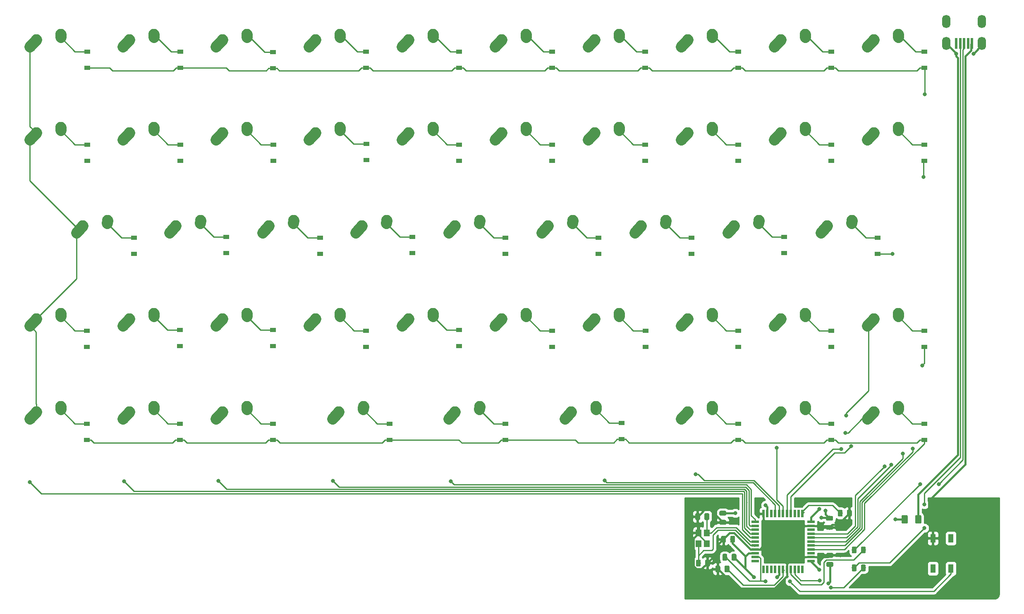
<source format=gbl>
G04 #@! TF.GenerationSoftware,KiCad,Pcbnew,(5.1.4)-1*
G04 #@! TF.CreationDate,2024-11-15T09:26:30-07:00*
G04 #@! TF.ProjectId,kicadNEWXboard,6b696361-644e-4455-9758-626f6172642e,rev?*
G04 #@! TF.SameCoordinates,Original*
G04 #@! TF.FileFunction,Copper,L2,Bot*
G04 #@! TF.FilePolarity,Positive*
%FSLAX46Y46*%
G04 Gerber Fmt 4.6, Leading zero omitted, Abs format (unit mm)*
G04 Created by KiCad (PCBNEW (5.1.4)-1) date 2024-11-15 09:26:30*
%MOMM*%
%LPD*%
G04 APERTURE LIST*
%ADD10C,2.250000*%
%ADD11C,2.250000*%
%ADD12C,0.020000*%
%ADD13C,1.250000*%
%ADD14R,1.200000X0.900000*%
%ADD15R,0.500000X2.250000*%
%ADD16O,1.700000X2.700000*%
%ADD17R,1.200000X1.400000*%
%ADD18R,1.500000X0.550000*%
%ADD19R,0.550000X1.500000*%
%ADD20R,1.100000X1.800000*%
%ADD21C,0.975000*%
%ADD22C,0.800000*%
%ADD23C,0.381000*%
%ADD24C,0.254000*%
G04 APERTURE END LIST*
D10*
X213400000Y-88868750D03*
X212745001Y-89598750D03*
D11*
X212090000Y-90328750D02*
X213400002Y-88868750D01*
D10*
X218440000Y-87788750D03*
X218420000Y-88078750D03*
D11*
X218400000Y-88368750D02*
X218440000Y-87788750D01*
D10*
X41950000Y-31718750D03*
X41295001Y-32448750D03*
D11*
X40640000Y-33178750D02*
X41950002Y-31718750D01*
D10*
X46990000Y-30638750D03*
X46970000Y-30928750D03*
D11*
X46950000Y-31218750D02*
X46990000Y-30638750D01*
D10*
X213400000Y-50768750D03*
X212745001Y-51498750D03*
D11*
X212090000Y-52228750D02*
X213400002Y-50768750D01*
D10*
X218440000Y-49688750D03*
X218420000Y-49978750D03*
D11*
X218400000Y-50268750D02*
X218440000Y-49688750D01*
D10*
X213400000Y-31718750D03*
X212745001Y-32448750D03*
D11*
X212090000Y-33178750D02*
X213400002Y-31718750D01*
D10*
X218440000Y-30638750D03*
X218420000Y-30928750D03*
D11*
X218400000Y-31218750D02*
X218440000Y-30638750D01*
D10*
X213400000Y-107918750D03*
X212745001Y-108648750D03*
D11*
X212090000Y-109378750D02*
X213400002Y-107918750D01*
D10*
X218440000Y-106838750D03*
X218420000Y-107128750D03*
D11*
X218400000Y-107418750D02*
X218440000Y-106838750D01*
D10*
X194350000Y-88868750D03*
X193695001Y-89598750D03*
D11*
X193040000Y-90328750D02*
X194350002Y-88868750D01*
D10*
X199390000Y-87788750D03*
X199370000Y-88078750D03*
D11*
X199350000Y-88368750D02*
X199390000Y-87788750D01*
D10*
X203875000Y-69818750D03*
X203220001Y-70548750D03*
D11*
X202565000Y-71278750D02*
X203875002Y-69818750D01*
D10*
X208915000Y-68738750D03*
X208895000Y-69028750D03*
D11*
X208875000Y-69318750D02*
X208915000Y-68738750D01*
D10*
X194350000Y-50768750D03*
X193695001Y-51498750D03*
D11*
X193040000Y-52228750D02*
X194350002Y-50768750D01*
D10*
X199390000Y-49688750D03*
X199370000Y-49978750D03*
D11*
X199350000Y-50268750D02*
X199390000Y-49688750D01*
D10*
X194350000Y-31718750D03*
X193695001Y-32448750D03*
D11*
X193040000Y-33178750D02*
X194350002Y-31718750D01*
D10*
X199390000Y-30638750D03*
X199370000Y-30928750D03*
D11*
X199350000Y-31218750D02*
X199390000Y-30638750D01*
D10*
X194350000Y-107918750D03*
X193695001Y-108648750D03*
D11*
X193040000Y-109378750D02*
X194350002Y-107918750D01*
D10*
X199390000Y-106838750D03*
X199370000Y-107128750D03*
D11*
X199350000Y-107418750D02*
X199390000Y-106838750D01*
D10*
X175300000Y-88868750D03*
X174645001Y-89598750D03*
D11*
X173990000Y-90328750D02*
X175300002Y-88868750D01*
D10*
X180340000Y-87788750D03*
X180320000Y-88078750D03*
D11*
X180300000Y-88368750D02*
X180340000Y-87788750D01*
D10*
X184825000Y-69818750D03*
X184170001Y-70548750D03*
D11*
X183515000Y-71278750D02*
X184825002Y-69818750D01*
D10*
X189865000Y-68738750D03*
X189845000Y-69028750D03*
D11*
X189825000Y-69318750D02*
X189865000Y-68738750D01*
D10*
X175300000Y-50768750D03*
X174645001Y-51498750D03*
D11*
X173990000Y-52228750D02*
X175300002Y-50768750D01*
D10*
X180340000Y-49688750D03*
X180320000Y-49978750D03*
D11*
X180300000Y-50268750D02*
X180340000Y-49688750D01*
D10*
X175300000Y-31718750D03*
X174645001Y-32448750D03*
D11*
X173990000Y-33178750D02*
X175300002Y-31718750D01*
D10*
X180340000Y-30638750D03*
X180320000Y-30928750D03*
D11*
X180300000Y-31218750D02*
X180340000Y-30638750D01*
D10*
X175300000Y-107918750D03*
X174645001Y-108648750D03*
D11*
X173990000Y-109378750D02*
X175300002Y-107918750D01*
D10*
X180340000Y-106838750D03*
X180320000Y-107128750D03*
D11*
X180300000Y-107418750D02*
X180340000Y-106838750D01*
D10*
X156250000Y-88868750D03*
X155595001Y-89598750D03*
D11*
X154940000Y-90328750D02*
X156250002Y-88868750D01*
D10*
X161290000Y-87788750D03*
X161270000Y-88078750D03*
D11*
X161250000Y-88368750D02*
X161290000Y-87788750D01*
D10*
X165775000Y-69818750D03*
X165120001Y-70548750D03*
D11*
X164465000Y-71278750D02*
X165775002Y-69818750D01*
D10*
X170815000Y-68738750D03*
X170795000Y-69028750D03*
D11*
X170775000Y-69318750D02*
X170815000Y-68738750D01*
D10*
X156250000Y-50768750D03*
X155595001Y-51498750D03*
D11*
X154940000Y-52228750D02*
X156250002Y-50768750D01*
D10*
X161290000Y-49688750D03*
X161270000Y-49978750D03*
D11*
X161250000Y-50268750D02*
X161290000Y-49688750D01*
D10*
X156250000Y-31718750D03*
X155595001Y-32448750D03*
D11*
X154940000Y-33178750D02*
X156250002Y-31718750D01*
D10*
X161290000Y-30638750D03*
X161270000Y-30928750D03*
D11*
X161250000Y-31218750D02*
X161290000Y-30638750D01*
D10*
X151487500Y-107918750D03*
X150832501Y-108648750D03*
D11*
X150177500Y-109378750D02*
X151487502Y-107918750D01*
D10*
X156527500Y-106838750D03*
X156507500Y-107128750D03*
D11*
X156487500Y-107418750D02*
X156527500Y-106838750D01*
D10*
X137200000Y-88868750D03*
X136545001Y-89598750D03*
D11*
X135890000Y-90328750D02*
X137200002Y-88868750D01*
D10*
X142240000Y-87788750D03*
X142220000Y-88078750D03*
D11*
X142200000Y-88368750D02*
X142240000Y-87788750D01*
D10*
X146725000Y-69818750D03*
X146070001Y-70548750D03*
D11*
X145415000Y-71278750D02*
X146725002Y-69818750D01*
D10*
X151765000Y-68738750D03*
X151745000Y-69028750D03*
D11*
X151725000Y-69318750D02*
X151765000Y-68738750D01*
D10*
X137200000Y-50768750D03*
X136545001Y-51498750D03*
D11*
X135890000Y-52228750D02*
X137200002Y-50768750D01*
D10*
X142240000Y-49688750D03*
X142220000Y-49978750D03*
D11*
X142200000Y-50268750D02*
X142240000Y-49688750D01*
D10*
X137200000Y-31718750D03*
X136545001Y-32448750D03*
D11*
X135890000Y-33178750D02*
X137200002Y-31718750D01*
D10*
X142240000Y-30638750D03*
X142220000Y-30928750D03*
D11*
X142200000Y-31218750D02*
X142240000Y-30638750D01*
D10*
X127675000Y-107918750D03*
X127020001Y-108648750D03*
D11*
X126365000Y-109378750D02*
X127675002Y-107918750D01*
D10*
X132715000Y-106838750D03*
X132695000Y-107128750D03*
D11*
X132675000Y-107418750D02*
X132715000Y-106838750D01*
D10*
X118150000Y-88868750D03*
X117495001Y-89598750D03*
D11*
X116840000Y-90328750D02*
X118150002Y-88868750D01*
D10*
X123190000Y-87788750D03*
X123170000Y-88078750D03*
D11*
X123150000Y-88368750D02*
X123190000Y-87788750D01*
D10*
X127675000Y-69818750D03*
X127020001Y-70548750D03*
D11*
X126365000Y-71278750D02*
X127675002Y-69818750D01*
D10*
X132715000Y-68738750D03*
X132695000Y-69028750D03*
D11*
X132675000Y-69318750D02*
X132715000Y-68738750D01*
D10*
X118150000Y-50768750D03*
X117495001Y-51498750D03*
D11*
X116840000Y-52228750D02*
X118150002Y-50768750D01*
D10*
X123190000Y-49688750D03*
X123170000Y-49978750D03*
D11*
X123150000Y-50268750D02*
X123190000Y-49688750D01*
D10*
X118150000Y-31718750D03*
X117495001Y-32448750D03*
D11*
X116840000Y-33178750D02*
X118150002Y-31718750D01*
D10*
X123190000Y-30638750D03*
X123170000Y-30928750D03*
D11*
X123150000Y-31218750D02*
X123190000Y-30638750D01*
D10*
X103862500Y-107918750D03*
X103207501Y-108648750D03*
D11*
X102552500Y-109378750D02*
X103862502Y-107918750D01*
D10*
X108902500Y-106838750D03*
X108882500Y-107128750D03*
D11*
X108862500Y-107418750D02*
X108902500Y-106838750D01*
D10*
X99100000Y-88868750D03*
X98445001Y-89598750D03*
D11*
X97790000Y-90328750D02*
X99100002Y-88868750D01*
D10*
X104140000Y-87788750D03*
X104120000Y-88078750D03*
D11*
X104100000Y-88368750D02*
X104140000Y-87788750D01*
D10*
X108625000Y-69818750D03*
X107970001Y-70548750D03*
D11*
X107315000Y-71278750D02*
X108625002Y-69818750D01*
D10*
X113665000Y-68738750D03*
X113645000Y-69028750D03*
D11*
X113625000Y-69318750D02*
X113665000Y-68738750D01*
D10*
X99100000Y-50768750D03*
X98445001Y-51498750D03*
D11*
X97790000Y-52228750D02*
X99100002Y-50768750D01*
D10*
X104140000Y-49688750D03*
X104120000Y-49978750D03*
D11*
X104100000Y-50268750D02*
X104140000Y-49688750D01*
D10*
X99100000Y-31718750D03*
X98445001Y-32448750D03*
D11*
X97790000Y-33178750D02*
X99100002Y-31718750D01*
D10*
X104140000Y-30638750D03*
X104120000Y-30928750D03*
D11*
X104100000Y-31218750D02*
X104140000Y-30638750D01*
D10*
X80050000Y-107918750D03*
X79395001Y-108648750D03*
D11*
X78740000Y-109378750D02*
X80050002Y-107918750D01*
D10*
X85090000Y-106838750D03*
X85070000Y-107128750D03*
D11*
X85050000Y-107418750D02*
X85090000Y-106838750D01*
D10*
X80050000Y-88868750D03*
X79395001Y-89598750D03*
D11*
X78740000Y-90328750D02*
X80050002Y-88868750D01*
D10*
X85090000Y-87788750D03*
X85070000Y-88078750D03*
D11*
X85050000Y-88368750D02*
X85090000Y-87788750D01*
D10*
X89575000Y-69818750D03*
X88920001Y-70548750D03*
D11*
X88265000Y-71278750D02*
X89575002Y-69818750D01*
D10*
X94615000Y-68738750D03*
X94595000Y-69028750D03*
D11*
X94575000Y-69318750D02*
X94615000Y-68738750D01*
D10*
X80050000Y-50768750D03*
X79395001Y-51498750D03*
D11*
X78740000Y-52228750D02*
X80050002Y-50768750D01*
D10*
X85090000Y-49688750D03*
X85070000Y-49978750D03*
D11*
X85050000Y-50268750D02*
X85090000Y-49688750D01*
D10*
X80050000Y-31718750D03*
X79395001Y-32448750D03*
D11*
X78740000Y-33178750D02*
X80050002Y-31718750D01*
D10*
X85090000Y-30638750D03*
X85070000Y-30928750D03*
D11*
X85050000Y-31218750D02*
X85090000Y-30638750D01*
D10*
X61000000Y-107918750D03*
X60345001Y-108648750D03*
D11*
X59690000Y-109378750D02*
X61000002Y-107918750D01*
D10*
X66040000Y-106838750D03*
X66020000Y-107128750D03*
D11*
X66000000Y-107418750D02*
X66040000Y-106838750D01*
D10*
X61000000Y-88868750D03*
X60345001Y-89598750D03*
D11*
X59690000Y-90328750D02*
X61000002Y-88868750D01*
D10*
X66040000Y-87788750D03*
X66020000Y-88078750D03*
D11*
X66000000Y-88368750D02*
X66040000Y-87788750D01*
D10*
X70525000Y-69818750D03*
X69870001Y-70548750D03*
D11*
X69215000Y-71278750D02*
X70525002Y-69818750D01*
D10*
X75565000Y-68738750D03*
X75545000Y-69028750D03*
D11*
X75525000Y-69318750D02*
X75565000Y-68738750D01*
D10*
X41950000Y-107918750D03*
X41295001Y-108648750D03*
D11*
X40640000Y-109378750D02*
X41950002Y-107918750D01*
D10*
X46990000Y-106838750D03*
X46970000Y-107128750D03*
D11*
X46950000Y-107418750D02*
X46990000Y-106838750D01*
D10*
X41950000Y-88868750D03*
X41295001Y-89598750D03*
D11*
X40640000Y-90328750D02*
X41950002Y-88868750D01*
D10*
X46990000Y-87788750D03*
X46970000Y-88078750D03*
D11*
X46950000Y-88368750D02*
X46990000Y-87788750D01*
D10*
X51475000Y-69818750D03*
X50820001Y-70548750D03*
D11*
X50165000Y-71278750D02*
X51475002Y-69818750D01*
D10*
X56515000Y-68738750D03*
X56495000Y-69028750D03*
D11*
X56475000Y-69318750D02*
X56515000Y-68738750D01*
D10*
X61000000Y-50768750D03*
X60345001Y-51498750D03*
D11*
X59690000Y-52228750D02*
X61000002Y-50768750D01*
D10*
X66040000Y-49688750D03*
X66020000Y-49978750D03*
D11*
X66000000Y-50268750D02*
X66040000Y-49688750D01*
D10*
X61000000Y-31718750D03*
X60345001Y-32448750D03*
D11*
X59690000Y-33178750D02*
X61000002Y-31718750D01*
D10*
X66040000Y-30638750D03*
X66020000Y-30928750D03*
D11*
X66000000Y-31218750D02*
X66040000Y-30638750D01*
D10*
X41950000Y-50768750D03*
X41295001Y-51498750D03*
D11*
X40640000Y-52228750D02*
X41950002Y-50768750D01*
D10*
X46990000Y-49688750D03*
X46970000Y-49978750D03*
D11*
X46950000Y-50268750D02*
X46990000Y-49688750D01*
D12*
G36*
X222909504Y-129047204D02*
G01*
X222933773Y-129050804D01*
X222957571Y-129056765D01*
X222980671Y-129065030D01*
X223002849Y-129075520D01*
X223023893Y-129088133D01*
X223043598Y-129102747D01*
X223061777Y-129119223D01*
X223078253Y-129137402D01*
X223092867Y-129157107D01*
X223105480Y-129178151D01*
X223115970Y-129200329D01*
X223124235Y-129223429D01*
X223130196Y-129247227D01*
X223133796Y-129271496D01*
X223135000Y-129296000D01*
X223135000Y-130546000D01*
X223133796Y-130570504D01*
X223130196Y-130594773D01*
X223124235Y-130618571D01*
X223115970Y-130641671D01*
X223105480Y-130663849D01*
X223092867Y-130684893D01*
X223078253Y-130704598D01*
X223061777Y-130722777D01*
X223043598Y-130739253D01*
X223023893Y-130753867D01*
X223002849Y-130766480D01*
X222980671Y-130776970D01*
X222957571Y-130785235D01*
X222933773Y-130791196D01*
X222909504Y-130794796D01*
X222885000Y-130796000D01*
X222135000Y-130796000D01*
X222110496Y-130794796D01*
X222086227Y-130791196D01*
X222062429Y-130785235D01*
X222039329Y-130776970D01*
X222017151Y-130766480D01*
X221996107Y-130753867D01*
X221976402Y-130739253D01*
X221958223Y-130722777D01*
X221941747Y-130704598D01*
X221927133Y-130684893D01*
X221914520Y-130663849D01*
X221904030Y-130641671D01*
X221895765Y-130618571D01*
X221889804Y-130594773D01*
X221886204Y-130570504D01*
X221885000Y-130546000D01*
X221885000Y-129296000D01*
X221886204Y-129271496D01*
X221889804Y-129247227D01*
X221895765Y-129223429D01*
X221904030Y-129200329D01*
X221914520Y-129178151D01*
X221927133Y-129157107D01*
X221941747Y-129137402D01*
X221958223Y-129119223D01*
X221976402Y-129102747D01*
X221996107Y-129088133D01*
X222017151Y-129075520D01*
X222039329Y-129065030D01*
X222062429Y-129056765D01*
X222086227Y-129050804D01*
X222110496Y-129047204D01*
X222135000Y-129046000D01*
X222885000Y-129046000D01*
X222909504Y-129047204D01*
X222909504Y-129047204D01*
G37*
D13*
X222510000Y-129921000D03*
D12*
G36*
X220109504Y-129047204D02*
G01*
X220133773Y-129050804D01*
X220157571Y-129056765D01*
X220180671Y-129065030D01*
X220202849Y-129075520D01*
X220223893Y-129088133D01*
X220243598Y-129102747D01*
X220261777Y-129119223D01*
X220278253Y-129137402D01*
X220292867Y-129157107D01*
X220305480Y-129178151D01*
X220315970Y-129200329D01*
X220324235Y-129223429D01*
X220330196Y-129247227D01*
X220333796Y-129271496D01*
X220335000Y-129296000D01*
X220335000Y-130546000D01*
X220333796Y-130570504D01*
X220330196Y-130594773D01*
X220324235Y-130618571D01*
X220315970Y-130641671D01*
X220305480Y-130663849D01*
X220292867Y-130684893D01*
X220278253Y-130704598D01*
X220261777Y-130722777D01*
X220243598Y-130739253D01*
X220223893Y-130753867D01*
X220202849Y-130766480D01*
X220180671Y-130776970D01*
X220157571Y-130785235D01*
X220133773Y-130791196D01*
X220109504Y-130794796D01*
X220085000Y-130796000D01*
X219335000Y-130796000D01*
X219310496Y-130794796D01*
X219286227Y-130791196D01*
X219262429Y-130785235D01*
X219239329Y-130776970D01*
X219217151Y-130766480D01*
X219196107Y-130753867D01*
X219176402Y-130739253D01*
X219158223Y-130722777D01*
X219141747Y-130704598D01*
X219127133Y-130684893D01*
X219114520Y-130663849D01*
X219104030Y-130641671D01*
X219095765Y-130618571D01*
X219089804Y-130594773D01*
X219086204Y-130570504D01*
X219085000Y-130546000D01*
X219085000Y-129296000D01*
X219086204Y-129271496D01*
X219089804Y-129247227D01*
X219095765Y-129223429D01*
X219104030Y-129200329D01*
X219114520Y-129178151D01*
X219127133Y-129157107D01*
X219141747Y-129137402D01*
X219158223Y-129119223D01*
X219176402Y-129102747D01*
X219196107Y-129088133D01*
X219217151Y-129075520D01*
X219239329Y-129065030D01*
X219262429Y-129056765D01*
X219286227Y-129050804D01*
X219310496Y-129047204D01*
X219335000Y-129046000D01*
X220085000Y-129046000D01*
X220109504Y-129047204D01*
X220109504Y-129047204D01*
G37*
D13*
X219710000Y-129921000D03*
D14*
X71437500Y-34131250D03*
X71437500Y-37431250D03*
X52387500Y-34131250D03*
X52387500Y-37431250D03*
X223710500Y-91281250D03*
X223710500Y-94581250D03*
X223710500Y-53181250D03*
X223710500Y-56481250D03*
X223710500Y-34131250D03*
X223710500Y-37431250D03*
X223710500Y-110331250D03*
X223710500Y-113631250D03*
X204660500Y-91282250D03*
X204660500Y-94582250D03*
X214185500Y-72231250D03*
X214185500Y-75531250D03*
X204660500Y-53181250D03*
X204660500Y-56481250D03*
X204660500Y-34132250D03*
X204660500Y-37432250D03*
X204660500Y-110331250D03*
X204660500Y-113631250D03*
X185610500Y-91281250D03*
X185610500Y-94581250D03*
X195008500Y-72105250D03*
X195008500Y-75405250D03*
X185610500Y-53181250D03*
X185610500Y-56481250D03*
X185610500Y-34131250D03*
X185610500Y-37431250D03*
X185610500Y-110331250D03*
X185610500Y-113631250D03*
X166687500Y-91281250D03*
X166687500Y-94581250D03*
X176085500Y-72231250D03*
X176085500Y-75531250D03*
X166560500Y-53181250D03*
X166560500Y-56481250D03*
X166560500Y-34132250D03*
X166560500Y-37432250D03*
X161734500Y-110204250D03*
X161734500Y-113504250D03*
X147510500Y-91281250D03*
X147510500Y-94581250D03*
X157035500Y-72231250D03*
X157035500Y-75531250D03*
X147510500Y-53181250D03*
X147510500Y-56481250D03*
X147510500Y-34131250D03*
X147510500Y-37431250D03*
X137985500Y-110331250D03*
X137985500Y-113631250D03*
X128460500Y-91154250D03*
X128460500Y-94454250D03*
X137985500Y-72231250D03*
X137985500Y-75531250D03*
X128460500Y-53181250D03*
X128460500Y-56481250D03*
X128460500Y-34131250D03*
X128460500Y-37431250D03*
X114236500Y-110331250D03*
X114236500Y-113631250D03*
X109410500Y-91282250D03*
X109410500Y-94582250D03*
X118935500Y-72105250D03*
X118935500Y-75405250D03*
X109537500Y-53055250D03*
X109537500Y-56355250D03*
X109410500Y-34131250D03*
X109410500Y-37431250D03*
X90360500Y-110331250D03*
X90360500Y-113631250D03*
X90360500Y-91155250D03*
X90360500Y-94455250D03*
X100012500Y-72232250D03*
X100012500Y-75532250D03*
X90487500Y-53181250D03*
X90487500Y-56481250D03*
X90360500Y-34258250D03*
X90360500Y-37558250D03*
X71310500Y-110332250D03*
X71310500Y-113632250D03*
X71310500Y-91154250D03*
X71310500Y-94454250D03*
X80835500Y-72104250D03*
X80835500Y-75404250D03*
X52260500Y-110331250D03*
X52260500Y-113631250D03*
X52260500Y-91282250D03*
X52260500Y-94582250D03*
X61912500Y-72231250D03*
X61912500Y-75531250D03*
D15*
X233502000Y-32440000D03*
X232702000Y-32440000D03*
X231902000Y-32440000D03*
X231102000Y-32440000D03*
X230302000Y-32440000D03*
D16*
X228252000Y-32440000D03*
X235552000Y-32440000D03*
X235552000Y-27940000D03*
X228252000Y-27940000D03*
D17*
X177528750Y-132705750D03*
X177528750Y-134905750D03*
X179228750Y-134905750D03*
X179228750Y-132705750D03*
D18*
X200518000Y-138461250D03*
X200518000Y-137661250D03*
X200518000Y-136861250D03*
X200518000Y-136061250D03*
X200518000Y-135261250D03*
X200518000Y-134461250D03*
X200518000Y-133661250D03*
X200518000Y-132861250D03*
X200518000Y-132061250D03*
X200518000Y-131261250D03*
X200518000Y-130461250D03*
D19*
X198818000Y-128761250D03*
X198018000Y-128761250D03*
X197218000Y-128761250D03*
X196418000Y-128761250D03*
X195618000Y-128761250D03*
X194818000Y-128761250D03*
X194018000Y-128761250D03*
X193218000Y-128761250D03*
X192418000Y-128761250D03*
X191618000Y-128761250D03*
X190818000Y-128761250D03*
D18*
X189118000Y-130461250D03*
X189118000Y-131261250D03*
X189118000Y-132061250D03*
X189118000Y-132861250D03*
X189118000Y-133661250D03*
X189118000Y-134461250D03*
X189118000Y-135261250D03*
X189118000Y-136061250D03*
X189118000Y-136861250D03*
X189118000Y-137661250D03*
X189118000Y-138461250D03*
D19*
X190818000Y-140161250D03*
X191618000Y-140161250D03*
X192418000Y-140161250D03*
X193218000Y-140161250D03*
X194018000Y-140161250D03*
X194818000Y-140161250D03*
X195618000Y-140161250D03*
X196418000Y-140161250D03*
X197218000Y-140161250D03*
X198018000Y-140161250D03*
X198818000Y-140161250D03*
D20*
X225503250Y-139985750D03*
X229203250Y-133785750D03*
X229203250Y-139985750D03*
X225503250Y-133785750D03*
D12*
G36*
X206799642Y-127952174D02*
G01*
X206823303Y-127955684D01*
X206846507Y-127961496D01*
X206869029Y-127969554D01*
X206890653Y-127979782D01*
X206911170Y-127992079D01*
X206930383Y-128006329D01*
X206948107Y-128022393D01*
X206964171Y-128040117D01*
X206978421Y-128059330D01*
X206990718Y-128079847D01*
X207000946Y-128101471D01*
X207009004Y-128123993D01*
X207014816Y-128147197D01*
X207018326Y-128170858D01*
X207019500Y-128194750D01*
X207019500Y-129107250D01*
X207018326Y-129131142D01*
X207014816Y-129154803D01*
X207009004Y-129178007D01*
X207000946Y-129200529D01*
X206990718Y-129222153D01*
X206978421Y-129242670D01*
X206964171Y-129261883D01*
X206948107Y-129279607D01*
X206930383Y-129295671D01*
X206911170Y-129309921D01*
X206890653Y-129322218D01*
X206869029Y-129332446D01*
X206846507Y-129340504D01*
X206823303Y-129346316D01*
X206799642Y-129349826D01*
X206775750Y-129351000D01*
X206288250Y-129351000D01*
X206264358Y-129349826D01*
X206240697Y-129346316D01*
X206217493Y-129340504D01*
X206194971Y-129332446D01*
X206173347Y-129322218D01*
X206152830Y-129309921D01*
X206133617Y-129295671D01*
X206115893Y-129279607D01*
X206099829Y-129261883D01*
X206085579Y-129242670D01*
X206073282Y-129222153D01*
X206063054Y-129200529D01*
X206054996Y-129178007D01*
X206049184Y-129154803D01*
X206045674Y-129131142D01*
X206044500Y-129107250D01*
X206044500Y-128194750D01*
X206045674Y-128170858D01*
X206049184Y-128147197D01*
X206054996Y-128123993D01*
X206063054Y-128101471D01*
X206073282Y-128079847D01*
X206085579Y-128059330D01*
X206099829Y-128040117D01*
X206115893Y-128022393D01*
X206133617Y-128006329D01*
X206152830Y-127992079D01*
X206173347Y-127979782D01*
X206194971Y-127969554D01*
X206217493Y-127961496D01*
X206240697Y-127955684D01*
X206264358Y-127952174D01*
X206288250Y-127951000D01*
X206775750Y-127951000D01*
X206799642Y-127952174D01*
X206799642Y-127952174D01*
G37*
D21*
X206532000Y-128651000D03*
D12*
G36*
X208674642Y-127952174D02*
G01*
X208698303Y-127955684D01*
X208721507Y-127961496D01*
X208744029Y-127969554D01*
X208765653Y-127979782D01*
X208786170Y-127992079D01*
X208805383Y-128006329D01*
X208823107Y-128022393D01*
X208839171Y-128040117D01*
X208853421Y-128059330D01*
X208865718Y-128079847D01*
X208875946Y-128101471D01*
X208884004Y-128123993D01*
X208889816Y-128147197D01*
X208893326Y-128170858D01*
X208894500Y-128194750D01*
X208894500Y-129107250D01*
X208893326Y-129131142D01*
X208889816Y-129154803D01*
X208884004Y-129178007D01*
X208875946Y-129200529D01*
X208865718Y-129222153D01*
X208853421Y-129242670D01*
X208839171Y-129261883D01*
X208823107Y-129279607D01*
X208805383Y-129295671D01*
X208786170Y-129309921D01*
X208765653Y-129322218D01*
X208744029Y-129332446D01*
X208721507Y-129340504D01*
X208698303Y-129346316D01*
X208674642Y-129349826D01*
X208650750Y-129351000D01*
X208163250Y-129351000D01*
X208139358Y-129349826D01*
X208115697Y-129346316D01*
X208092493Y-129340504D01*
X208069971Y-129332446D01*
X208048347Y-129322218D01*
X208027830Y-129309921D01*
X208008617Y-129295671D01*
X207990893Y-129279607D01*
X207974829Y-129261883D01*
X207960579Y-129242670D01*
X207948282Y-129222153D01*
X207938054Y-129200529D01*
X207929996Y-129178007D01*
X207924184Y-129154803D01*
X207920674Y-129131142D01*
X207919500Y-129107250D01*
X207919500Y-128194750D01*
X207920674Y-128170858D01*
X207924184Y-128147197D01*
X207929996Y-128123993D01*
X207938054Y-128101471D01*
X207948282Y-128079847D01*
X207960579Y-128059330D01*
X207974829Y-128040117D01*
X207990893Y-128022393D01*
X208008617Y-128006329D01*
X208027830Y-127992079D01*
X208048347Y-127979782D01*
X208069971Y-127969554D01*
X208092493Y-127961496D01*
X208115697Y-127955684D01*
X208139358Y-127952174D01*
X208163250Y-127951000D01*
X208650750Y-127951000D01*
X208674642Y-127952174D01*
X208674642Y-127952174D01*
G37*
D21*
X208407000Y-128651000D03*
D12*
G36*
X183177642Y-136969174D02*
G01*
X183201303Y-136972684D01*
X183224507Y-136978496D01*
X183247029Y-136986554D01*
X183268653Y-136996782D01*
X183289170Y-137009079D01*
X183308383Y-137023329D01*
X183326107Y-137039393D01*
X183342171Y-137057117D01*
X183356421Y-137076330D01*
X183368718Y-137096847D01*
X183378946Y-137118471D01*
X183387004Y-137140993D01*
X183392816Y-137164197D01*
X183396326Y-137187858D01*
X183397500Y-137211750D01*
X183397500Y-138124250D01*
X183396326Y-138148142D01*
X183392816Y-138171803D01*
X183387004Y-138195007D01*
X183378946Y-138217529D01*
X183368718Y-138239153D01*
X183356421Y-138259670D01*
X183342171Y-138278883D01*
X183326107Y-138296607D01*
X183308383Y-138312671D01*
X183289170Y-138326921D01*
X183268653Y-138339218D01*
X183247029Y-138349446D01*
X183224507Y-138357504D01*
X183201303Y-138363316D01*
X183177642Y-138366826D01*
X183153750Y-138368000D01*
X182666250Y-138368000D01*
X182642358Y-138366826D01*
X182618697Y-138363316D01*
X182595493Y-138357504D01*
X182572971Y-138349446D01*
X182551347Y-138339218D01*
X182530830Y-138326921D01*
X182511617Y-138312671D01*
X182493893Y-138296607D01*
X182477829Y-138278883D01*
X182463579Y-138259670D01*
X182451282Y-138239153D01*
X182441054Y-138217529D01*
X182432996Y-138195007D01*
X182427184Y-138171803D01*
X182423674Y-138148142D01*
X182422500Y-138124250D01*
X182422500Y-137211750D01*
X182423674Y-137187858D01*
X182427184Y-137164197D01*
X182432996Y-137140993D01*
X182441054Y-137118471D01*
X182451282Y-137096847D01*
X182463579Y-137076330D01*
X182477829Y-137057117D01*
X182493893Y-137039393D01*
X182511617Y-137023329D01*
X182530830Y-137009079D01*
X182551347Y-136996782D01*
X182572971Y-136986554D01*
X182595493Y-136978496D01*
X182618697Y-136972684D01*
X182642358Y-136969174D01*
X182666250Y-136968000D01*
X183153750Y-136968000D01*
X183177642Y-136969174D01*
X183177642Y-136969174D01*
G37*
D21*
X182910000Y-137668000D03*
D12*
G36*
X185052642Y-136969174D02*
G01*
X185076303Y-136972684D01*
X185099507Y-136978496D01*
X185122029Y-136986554D01*
X185143653Y-136996782D01*
X185164170Y-137009079D01*
X185183383Y-137023329D01*
X185201107Y-137039393D01*
X185217171Y-137057117D01*
X185231421Y-137076330D01*
X185243718Y-137096847D01*
X185253946Y-137118471D01*
X185262004Y-137140993D01*
X185267816Y-137164197D01*
X185271326Y-137187858D01*
X185272500Y-137211750D01*
X185272500Y-138124250D01*
X185271326Y-138148142D01*
X185267816Y-138171803D01*
X185262004Y-138195007D01*
X185253946Y-138217529D01*
X185243718Y-138239153D01*
X185231421Y-138259670D01*
X185217171Y-138278883D01*
X185201107Y-138296607D01*
X185183383Y-138312671D01*
X185164170Y-138326921D01*
X185143653Y-138339218D01*
X185122029Y-138349446D01*
X185099507Y-138357504D01*
X185076303Y-138363316D01*
X185052642Y-138366826D01*
X185028750Y-138368000D01*
X184541250Y-138368000D01*
X184517358Y-138366826D01*
X184493697Y-138363316D01*
X184470493Y-138357504D01*
X184447971Y-138349446D01*
X184426347Y-138339218D01*
X184405830Y-138326921D01*
X184386617Y-138312671D01*
X184368893Y-138296607D01*
X184352829Y-138278883D01*
X184338579Y-138259670D01*
X184326282Y-138239153D01*
X184316054Y-138217529D01*
X184307996Y-138195007D01*
X184302184Y-138171803D01*
X184298674Y-138148142D01*
X184297500Y-138124250D01*
X184297500Y-137211750D01*
X184298674Y-137187858D01*
X184302184Y-137164197D01*
X184307996Y-137140993D01*
X184316054Y-137118471D01*
X184326282Y-137096847D01*
X184338579Y-137076330D01*
X184352829Y-137057117D01*
X184368893Y-137039393D01*
X184386617Y-137023329D01*
X184405830Y-137009079D01*
X184426347Y-136996782D01*
X184447971Y-136986554D01*
X184470493Y-136978496D01*
X184493697Y-136972684D01*
X184517358Y-136969174D01*
X184541250Y-136968000D01*
X185028750Y-136968000D01*
X185052642Y-136969174D01*
X185052642Y-136969174D01*
G37*
D21*
X184785000Y-137668000D03*
D12*
G36*
X209657142Y-135476924D02*
G01*
X209680803Y-135480434D01*
X209704007Y-135486246D01*
X209726529Y-135494304D01*
X209748153Y-135504532D01*
X209768670Y-135516829D01*
X209787883Y-135531079D01*
X209805607Y-135547143D01*
X209821671Y-135564867D01*
X209835921Y-135584080D01*
X209848218Y-135604597D01*
X209858446Y-135626221D01*
X209866504Y-135648743D01*
X209872316Y-135671947D01*
X209875826Y-135695608D01*
X209877000Y-135719500D01*
X209877000Y-136632000D01*
X209875826Y-136655892D01*
X209872316Y-136679553D01*
X209866504Y-136702757D01*
X209858446Y-136725279D01*
X209848218Y-136746903D01*
X209835921Y-136767420D01*
X209821671Y-136786633D01*
X209805607Y-136804357D01*
X209787883Y-136820421D01*
X209768670Y-136834671D01*
X209748153Y-136846968D01*
X209726529Y-136857196D01*
X209704007Y-136865254D01*
X209680803Y-136871066D01*
X209657142Y-136874576D01*
X209633250Y-136875750D01*
X209145750Y-136875750D01*
X209121858Y-136874576D01*
X209098197Y-136871066D01*
X209074993Y-136865254D01*
X209052471Y-136857196D01*
X209030847Y-136846968D01*
X209010330Y-136834671D01*
X208991117Y-136820421D01*
X208973393Y-136804357D01*
X208957329Y-136786633D01*
X208943079Y-136767420D01*
X208930782Y-136746903D01*
X208920554Y-136725279D01*
X208912496Y-136702757D01*
X208906684Y-136679553D01*
X208903174Y-136655892D01*
X208902000Y-136632000D01*
X208902000Y-135719500D01*
X208903174Y-135695608D01*
X208906684Y-135671947D01*
X208912496Y-135648743D01*
X208920554Y-135626221D01*
X208930782Y-135604597D01*
X208943079Y-135584080D01*
X208957329Y-135564867D01*
X208973393Y-135547143D01*
X208991117Y-135531079D01*
X209010330Y-135516829D01*
X209030847Y-135504532D01*
X209052471Y-135494304D01*
X209074993Y-135486246D01*
X209098197Y-135480434D01*
X209121858Y-135476924D01*
X209145750Y-135475750D01*
X209633250Y-135475750D01*
X209657142Y-135476924D01*
X209657142Y-135476924D01*
G37*
D21*
X209389500Y-136175750D03*
D12*
G36*
X211532142Y-135476924D02*
G01*
X211555803Y-135480434D01*
X211579007Y-135486246D01*
X211601529Y-135494304D01*
X211623153Y-135504532D01*
X211643670Y-135516829D01*
X211662883Y-135531079D01*
X211680607Y-135547143D01*
X211696671Y-135564867D01*
X211710921Y-135584080D01*
X211723218Y-135604597D01*
X211733446Y-135626221D01*
X211741504Y-135648743D01*
X211747316Y-135671947D01*
X211750826Y-135695608D01*
X211752000Y-135719500D01*
X211752000Y-136632000D01*
X211750826Y-136655892D01*
X211747316Y-136679553D01*
X211741504Y-136702757D01*
X211733446Y-136725279D01*
X211723218Y-136746903D01*
X211710921Y-136767420D01*
X211696671Y-136786633D01*
X211680607Y-136804357D01*
X211662883Y-136820421D01*
X211643670Y-136834671D01*
X211623153Y-136846968D01*
X211601529Y-136857196D01*
X211579007Y-136865254D01*
X211555803Y-136871066D01*
X211532142Y-136874576D01*
X211508250Y-136875750D01*
X211020750Y-136875750D01*
X210996858Y-136874576D01*
X210973197Y-136871066D01*
X210949993Y-136865254D01*
X210927471Y-136857196D01*
X210905847Y-136846968D01*
X210885330Y-136834671D01*
X210866117Y-136820421D01*
X210848393Y-136804357D01*
X210832329Y-136786633D01*
X210818079Y-136767420D01*
X210805782Y-136746903D01*
X210795554Y-136725279D01*
X210787496Y-136702757D01*
X210781684Y-136679553D01*
X210778174Y-136655892D01*
X210777000Y-136632000D01*
X210777000Y-135719500D01*
X210778174Y-135695608D01*
X210781684Y-135671947D01*
X210787496Y-135648743D01*
X210795554Y-135626221D01*
X210805782Y-135604597D01*
X210818079Y-135584080D01*
X210832329Y-135564867D01*
X210848393Y-135547143D01*
X210866117Y-135531079D01*
X210885330Y-135516829D01*
X210905847Y-135504532D01*
X210927471Y-135494304D01*
X210949993Y-135486246D01*
X210973197Y-135480434D01*
X210996858Y-135476924D01*
X211020750Y-135475750D01*
X211508250Y-135475750D01*
X211532142Y-135476924D01*
X211532142Y-135476924D01*
G37*
D21*
X211264500Y-136175750D03*
D12*
G36*
X209657142Y-139159924D02*
G01*
X209680803Y-139163434D01*
X209704007Y-139169246D01*
X209726529Y-139177304D01*
X209748153Y-139187532D01*
X209768670Y-139199829D01*
X209787883Y-139214079D01*
X209805607Y-139230143D01*
X209821671Y-139247867D01*
X209835921Y-139267080D01*
X209848218Y-139287597D01*
X209858446Y-139309221D01*
X209866504Y-139331743D01*
X209872316Y-139354947D01*
X209875826Y-139378608D01*
X209877000Y-139402500D01*
X209877000Y-140315000D01*
X209875826Y-140338892D01*
X209872316Y-140362553D01*
X209866504Y-140385757D01*
X209858446Y-140408279D01*
X209848218Y-140429903D01*
X209835921Y-140450420D01*
X209821671Y-140469633D01*
X209805607Y-140487357D01*
X209787883Y-140503421D01*
X209768670Y-140517671D01*
X209748153Y-140529968D01*
X209726529Y-140540196D01*
X209704007Y-140548254D01*
X209680803Y-140554066D01*
X209657142Y-140557576D01*
X209633250Y-140558750D01*
X209145750Y-140558750D01*
X209121858Y-140557576D01*
X209098197Y-140554066D01*
X209074993Y-140548254D01*
X209052471Y-140540196D01*
X209030847Y-140529968D01*
X209010330Y-140517671D01*
X208991117Y-140503421D01*
X208973393Y-140487357D01*
X208957329Y-140469633D01*
X208943079Y-140450420D01*
X208930782Y-140429903D01*
X208920554Y-140408279D01*
X208912496Y-140385757D01*
X208906684Y-140362553D01*
X208903174Y-140338892D01*
X208902000Y-140315000D01*
X208902000Y-139402500D01*
X208903174Y-139378608D01*
X208906684Y-139354947D01*
X208912496Y-139331743D01*
X208920554Y-139309221D01*
X208930782Y-139287597D01*
X208943079Y-139267080D01*
X208957329Y-139247867D01*
X208973393Y-139230143D01*
X208991117Y-139214079D01*
X209010330Y-139199829D01*
X209030847Y-139187532D01*
X209052471Y-139177304D01*
X209074993Y-139169246D01*
X209098197Y-139163434D01*
X209121858Y-139159924D01*
X209145750Y-139158750D01*
X209633250Y-139158750D01*
X209657142Y-139159924D01*
X209657142Y-139159924D01*
G37*
D21*
X209389500Y-139858750D03*
D12*
G36*
X211532142Y-139159924D02*
G01*
X211555803Y-139163434D01*
X211579007Y-139169246D01*
X211601529Y-139177304D01*
X211623153Y-139187532D01*
X211643670Y-139199829D01*
X211662883Y-139214079D01*
X211680607Y-139230143D01*
X211696671Y-139247867D01*
X211710921Y-139267080D01*
X211723218Y-139287597D01*
X211733446Y-139309221D01*
X211741504Y-139331743D01*
X211747316Y-139354947D01*
X211750826Y-139378608D01*
X211752000Y-139402500D01*
X211752000Y-140315000D01*
X211750826Y-140338892D01*
X211747316Y-140362553D01*
X211741504Y-140385757D01*
X211733446Y-140408279D01*
X211723218Y-140429903D01*
X211710921Y-140450420D01*
X211696671Y-140469633D01*
X211680607Y-140487357D01*
X211662883Y-140503421D01*
X211643670Y-140517671D01*
X211623153Y-140529968D01*
X211601529Y-140540196D01*
X211579007Y-140548254D01*
X211555803Y-140554066D01*
X211532142Y-140557576D01*
X211508250Y-140558750D01*
X211020750Y-140558750D01*
X210996858Y-140557576D01*
X210973197Y-140554066D01*
X210949993Y-140548254D01*
X210927471Y-140540196D01*
X210905847Y-140529968D01*
X210885330Y-140517671D01*
X210866117Y-140503421D01*
X210848393Y-140487357D01*
X210832329Y-140469633D01*
X210818079Y-140450420D01*
X210805782Y-140429903D01*
X210795554Y-140408279D01*
X210787496Y-140385757D01*
X210781684Y-140362553D01*
X210778174Y-140338892D01*
X210777000Y-140315000D01*
X210777000Y-139402500D01*
X210778174Y-139378608D01*
X210781684Y-139354947D01*
X210787496Y-139331743D01*
X210795554Y-139309221D01*
X210805782Y-139287597D01*
X210818079Y-139267080D01*
X210832329Y-139247867D01*
X210848393Y-139230143D01*
X210866117Y-139214079D01*
X210885330Y-139199829D01*
X210905847Y-139187532D01*
X210927471Y-139177304D01*
X210949993Y-139169246D01*
X210973197Y-139163434D01*
X210996858Y-139159924D01*
X211020750Y-139158750D01*
X211508250Y-139158750D01*
X211532142Y-139159924D01*
X211532142Y-139159924D01*
G37*
D21*
X211264500Y-139858750D03*
D14*
X71437500Y-53181250D03*
X71437500Y-56481250D03*
X52387500Y-53181250D03*
X52387500Y-56481250D03*
D12*
G36*
X204886642Y-136783924D02*
G01*
X204910303Y-136787434D01*
X204933507Y-136793246D01*
X204956029Y-136801304D01*
X204977653Y-136811532D01*
X204998170Y-136823829D01*
X205017383Y-136838079D01*
X205035107Y-136854143D01*
X205051171Y-136871867D01*
X205065421Y-136891080D01*
X205077718Y-136911597D01*
X205087946Y-136933221D01*
X205096004Y-136955743D01*
X205101816Y-136978947D01*
X205105326Y-137002608D01*
X205106500Y-137026500D01*
X205106500Y-137514000D01*
X205105326Y-137537892D01*
X205101816Y-137561553D01*
X205096004Y-137584757D01*
X205087946Y-137607279D01*
X205077718Y-137628903D01*
X205065421Y-137649420D01*
X205051171Y-137668633D01*
X205035107Y-137686357D01*
X205017383Y-137702421D01*
X204998170Y-137716671D01*
X204977653Y-137728968D01*
X204956029Y-137739196D01*
X204933507Y-137747254D01*
X204910303Y-137753066D01*
X204886642Y-137756576D01*
X204862750Y-137757750D01*
X203950250Y-137757750D01*
X203926358Y-137756576D01*
X203902697Y-137753066D01*
X203879493Y-137747254D01*
X203856971Y-137739196D01*
X203835347Y-137728968D01*
X203814830Y-137716671D01*
X203795617Y-137702421D01*
X203777893Y-137686357D01*
X203761829Y-137668633D01*
X203747579Y-137649420D01*
X203735282Y-137628903D01*
X203725054Y-137607279D01*
X203716996Y-137584757D01*
X203711184Y-137561553D01*
X203707674Y-137537892D01*
X203706500Y-137514000D01*
X203706500Y-137026500D01*
X203707674Y-137002608D01*
X203711184Y-136978947D01*
X203716996Y-136955743D01*
X203725054Y-136933221D01*
X203735282Y-136911597D01*
X203747579Y-136891080D01*
X203761829Y-136871867D01*
X203777893Y-136854143D01*
X203795617Y-136838079D01*
X203814830Y-136823829D01*
X203835347Y-136811532D01*
X203856971Y-136801304D01*
X203879493Y-136793246D01*
X203902697Y-136787434D01*
X203926358Y-136783924D01*
X203950250Y-136782750D01*
X204862750Y-136782750D01*
X204886642Y-136783924D01*
X204886642Y-136783924D01*
G37*
D21*
X204406500Y-137270250D03*
D12*
G36*
X204886642Y-138658924D02*
G01*
X204910303Y-138662434D01*
X204933507Y-138668246D01*
X204956029Y-138676304D01*
X204977653Y-138686532D01*
X204998170Y-138698829D01*
X205017383Y-138713079D01*
X205035107Y-138729143D01*
X205051171Y-138746867D01*
X205065421Y-138766080D01*
X205077718Y-138786597D01*
X205087946Y-138808221D01*
X205096004Y-138830743D01*
X205101816Y-138853947D01*
X205105326Y-138877608D01*
X205106500Y-138901500D01*
X205106500Y-139389000D01*
X205105326Y-139412892D01*
X205101816Y-139436553D01*
X205096004Y-139459757D01*
X205087946Y-139482279D01*
X205077718Y-139503903D01*
X205065421Y-139524420D01*
X205051171Y-139543633D01*
X205035107Y-139561357D01*
X205017383Y-139577421D01*
X204998170Y-139591671D01*
X204977653Y-139603968D01*
X204956029Y-139614196D01*
X204933507Y-139622254D01*
X204910303Y-139628066D01*
X204886642Y-139631576D01*
X204862750Y-139632750D01*
X203950250Y-139632750D01*
X203926358Y-139631576D01*
X203902697Y-139628066D01*
X203879493Y-139622254D01*
X203856971Y-139614196D01*
X203835347Y-139603968D01*
X203814830Y-139591671D01*
X203795617Y-139577421D01*
X203777893Y-139561357D01*
X203761829Y-139543633D01*
X203747579Y-139524420D01*
X203735282Y-139503903D01*
X203725054Y-139482279D01*
X203716996Y-139459757D01*
X203711184Y-139436553D01*
X203707674Y-139412892D01*
X203706500Y-139389000D01*
X203706500Y-138901500D01*
X203707674Y-138877608D01*
X203711184Y-138853947D01*
X203716996Y-138830743D01*
X203725054Y-138808221D01*
X203735282Y-138786597D01*
X203747579Y-138766080D01*
X203761829Y-138746867D01*
X203777893Y-138729143D01*
X203795617Y-138713079D01*
X203814830Y-138698829D01*
X203835347Y-138686532D01*
X203856971Y-138676304D01*
X203879493Y-138668246D01*
X203902697Y-138662434D01*
X203926358Y-138658924D01*
X203950250Y-138657750D01*
X204862750Y-138657750D01*
X204886642Y-138658924D01*
X204886642Y-138658924D01*
G37*
D21*
X204406500Y-139145250D03*
D12*
G36*
X181750642Y-139382174D02*
G01*
X181774303Y-139385684D01*
X181797507Y-139391496D01*
X181820029Y-139399554D01*
X181841653Y-139409782D01*
X181862170Y-139422079D01*
X181881383Y-139436329D01*
X181899107Y-139452393D01*
X181915171Y-139470117D01*
X181929421Y-139489330D01*
X181941718Y-139509847D01*
X181951946Y-139531471D01*
X181960004Y-139553993D01*
X181965816Y-139577197D01*
X181969326Y-139600858D01*
X181970500Y-139624750D01*
X181970500Y-140537250D01*
X181969326Y-140561142D01*
X181965816Y-140584803D01*
X181960004Y-140608007D01*
X181951946Y-140630529D01*
X181941718Y-140652153D01*
X181929421Y-140672670D01*
X181915171Y-140691883D01*
X181899107Y-140709607D01*
X181881383Y-140725671D01*
X181862170Y-140739921D01*
X181841653Y-140752218D01*
X181820029Y-140762446D01*
X181797507Y-140770504D01*
X181774303Y-140776316D01*
X181750642Y-140779826D01*
X181726750Y-140781000D01*
X181239250Y-140781000D01*
X181215358Y-140779826D01*
X181191697Y-140776316D01*
X181168493Y-140770504D01*
X181145971Y-140762446D01*
X181124347Y-140752218D01*
X181103830Y-140739921D01*
X181084617Y-140725671D01*
X181066893Y-140709607D01*
X181050829Y-140691883D01*
X181036579Y-140672670D01*
X181024282Y-140652153D01*
X181014054Y-140630529D01*
X181005996Y-140608007D01*
X181000184Y-140584803D01*
X180996674Y-140561142D01*
X180995500Y-140537250D01*
X180995500Y-139624750D01*
X180996674Y-139600858D01*
X181000184Y-139577197D01*
X181005996Y-139553993D01*
X181014054Y-139531471D01*
X181024282Y-139509847D01*
X181036579Y-139489330D01*
X181050829Y-139470117D01*
X181066893Y-139452393D01*
X181084617Y-139436329D01*
X181103830Y-139422079D01*
X181124347Y-139409782D01*
X181145971Y-139399554D01*
X181168493Y-139391496D01*
X181191697Y-139385684D01*
X181215358Y-139382174D01*
X181239250Y-139381000D01*
X181726750Y-139381000D01*
X181750642Y-139382174D01*
X181750642Y-139382174D01*
G37*
D21*
X181483000Y-140081000D03*
D12*
G36*
X183625642Y-139382174D02*
G01*
X183649303Y-139385684D01*
X183672507Y-139391496D01*
X183695029Y-139399554D01*
X183716653Y-139409782D01*
X183737170Y-139422079D01*
X183756383Y-139436329D01*
X183774107Y-139452393D01*
X183790171Y-139470117D01*
X183804421Y-139489330D01*
X183816718Y-139509847D01*
X183826946Y-139531471D01*
X183835004Y-139553993D01*
X183840816Y-139577197D01*
X183844326Y-139600858D01*
X183845500Y-139624750D01*
X183845500Y-140537250D01*
X183844326Y-140561142D01*
X183840816Y-140584803D01*
X183835004Y-140608007D01*
X183826946Y-140630529D01*
X183816718Y-140652153D01*
X183804421Y-140672670D01*
X183790171Y-140691883D01*
X183774107Y-140709607D01*
X183756383Y-140725671D01*
X183737170Y-140739921D01*
X183716653Y-140752218D01*
X183695029Y-140762446D01*
X183672507Y-140770504D01*
X183649303Y-140776316D01*
X183625642Y-140779826D01*
X183601750Y-140781000D01*
X183114250Y-140781000D01*
X183090358Y-140779826D01*
X183066697Y-140776316D01*
X183043493Y-140770504D01*
X183020971Y-140762446D01*
X182999347Y-140752218D01*
X182978830Y-140739921D01*
X182959617Y-140725671D01*
X182941893Y-140709607D01*
X182925829Y-140691883D01*
X182911579Y-140672670D01*
X182899282Y-140652153D01*
X182889054Y-140630529D01*
X182880996Y-140608007D01*
X182875184Y-140584803D01*
X182871674Y-140561142D01*
X182870500Y-140537250D01*
X182870500Y-139624750D01*
X182871674Y-139600858D01*
X182875184Y-139577197D01*
X182880996Y-139553993D01*
X182889054Y-139531471D01*
X182899282Y-139509847D01*
X182911579Y-139489330D01*
X182925829Y-139470117D01*
X182941893Y-139452393D01*
X182959617Y-139436329D01*
X182978830Y-139422079D01*
X182999347Y-139409782D01*
X183020971Y-139399554D01*
X183043493Y-139391496D01*
X183066697Y-139385684D01*
X183090358Y-139382174D01*
X183114250Y-139381000D01*
X183601750Y-139381000D01*
X183625642Y-139382174D01*
X183625642Y-139382174D01*
G37*
D21*
X183358000Y-140081000D03*
D12*
G36*
X204823142Y-131087424D02*
G01*
X204846803Y-131090934D01*
X204870007Y-131096746D01*
X204892529Y-131104804D01*
X204914153Y-131115032D01*
X204934670Y-131127329D01*
X204953883Y-131141579D01*
X204971607Y-131157643D01*
X204987671Y-131175367D01*
X205001921Y-131194580D01*
X205014218Y-131215097D01*
X205024446Y-131236721D01*
X205032504Y-131259243D01*
X205038316Y-131282447D01*
X205041826Y-131306108D01*
X205043000Y-131330000D01*
X205043000Y-131817500D01*
X205041826Y-131841392D01*
X205038316Y-131865053D01*
X205032504Y-131888257D01*
X205024446Y-131910779D01*
X205014218Y-131932403D01*
X205001921Y-131952920D01*
X204987671Y-131972133D01*
X204971607Y-131989857D01*
X204953883Y-132005921D01*
X204934670Y-132020171D01*
X204914153Y-132032468D01*
X204892529Y-132042696D01*
X204870007Y-132050754D01*
X204846803Y-132056566D01*
X204823142Y-132060076D01*
X204799250Y-132061250D01*
X203886750Y-132061250D01*
X203862858Y-132060076D01*
X203839197Y-132056566D01*
X203815993Y-132050754D01*
X203793471Y-132042696D01*
X203771847Y-132032468D01*
X203751330Y-132020171D01*
X203732117Y-132005921D01*
X203714393Y-131989857D01*
X203698329Y-131972133D01*
X203684079Y-131952920D01*
X203671782Y-131932403D01*
X203661554Y-131910779D01*
X203653496Y-131888257D01*
X203647684Y-131865053D01*
X203644174Y-131841392D01*
X203643000Y-131817500D01*
X203643000Y-131330000D01*
X203644174Y-131306108D01*
X203647684Y-131282447D01*
X203653496Y-131259243D01*
X203661554Y-131236721D01*
X203671782Y-131215097D01*
X203684079Y-131194580D01*
X203698329Y-131175367D01*
X203714393Y-131157643D01*
X203732117Y-131141579D01*
X203751330Y-131127329D01*
X203771847Y-131115032D01*
X203793471Y-131104804D01*
X203815993Y-131096746D01*
X203839197Y-131090934D01*
X203862858Y-131087424D01*
X203886750Y-131086250D01*
X204799250Y-131086250D01*
X204823142Y-131087424D01*
X204823142Y-131087424D01*
G37*
D21*
X204343000Y-131573750D03*
D12*
G36*
X204823142Y-129212424D02*
G01*
X204846803Y-129215934D01*
X204870007Y-129221746D01*
X204892529Y-129229804D01*
X204914153Y-129240032D01*
X204934670Y-129252329D01*
X204953883Y-129266579D01*
X204971607Y-129282643D01*
X204987671Y-129300367D01*
X205001921Y-129319580D01*
X205014218Y-129340097D01*
X205024446Y-129361721D01*
X205032504Y-129384243D01*
X205038316Y-129407447D01*
X205041826Y-129431108D01*
X205043000Y-129455000D01*
X205043000Y-129942500D01*
X205041826Y-129966392D01*
X205038316Y-129990053D01*
X205032504Y-130013257D01*
X205024446Y-130035779D01*
X205014218Y-130057403D01*
X205001921Y-130077920D01*
X204987671Y-130097133D01*
X204971607Y-130114857D01*
X204953883Y-130130921D01*
X204934670Y-130145171D01*
X204914153Y-130157468D01*
X204892529Y-130167696D01*
X204870007Y-130175754D01*
X204846803Y-130181566D01*
X204823142Y-130185076D01*
X204799250Y-130186250D01*
X203886750Y-130186250D01*
X203862858Y-130185076D01*
X203839197Y-130181566D01*
X203815993Y-130175754D01*
X203793471Y-130167696D01*
X203771847Y-130157468D01*
X203751330Y-130145171D01*
X203732117Y-130130921D01*
X203714393Y-130114857D01*
X203698329Y-130097133D01*
X203684079Y-130077920D01*
X203671782Y-130057403D01*
X203661554Y-130035779D01*
X203653496Y-130013257D01*
X203647684Y-129990053D01*
X203644174Y-129966392D01*
X203643000Y-129942500D01*
X203643000Y-129455000D01*
X203644174Y-129431108D01*
X203647684Y-129407447D01*
X203653496Y-129384243D01*
X203661554Y-129361721D01*
X203671782Y-129340097D01*
X203684079Y-129319580D01*
X203698329Y-129300367D01*
X203714393Y-129282643D01*
X203732117Y-129266579D01*
X203751330Y-129252329D01*
X203771847Y-129240032D01*
X203793471Y-129229804D01*
X203815993Y-129221746D01*
X203839197Y-129215934D01*
X203862858Y-129212424D01*
X203886750Y-129211250D01*
X204799250Y-129211250D01*
X204823142Y-129212424D01*
X204823142Y-129212424D01*
G37*
D21*
X204343000Y-129698750D03*
D12*
G36*
X179640142Y-138175674D02*
G01*
X179663803Y-138179184D01*
X179687007Y-138184996D01*
X179709529Y-138193054D01*
X179731153Y-138203282D01*
X179751670Y-138215579D01*
X179770883Y-138229829D01*
X179788607Y-138245893D01*
X179804671Y-138263617D01*
X179818921Y-138282830D01*
X179831218Y-138303347D01*
X179841446Y-138324971D01*
X179849504Y-138347493D01*
X179855316Y-138370697D01*
X179858826Y-138394358D01*
X179860000Y-138418250D01*
X179860000Y-139330750D01*
X179858826Y-139354642D01*
X179855316Y-139378303D01*
X179849504Y-139401507D01*
X179841446Y-139424029D01*
X179831218Y-139445653D01*
X179818921Y-139466170D01*
X179804671Y-139485383D01*
X179788607Y-139503107D01*
X179770883Y-139519171D01*
X179751670Y-139533421D01*
X179731153Y-139545718D01*
X179709529Y-139555946D01*
X179687007Y-139564004D01*
X179663803Y-139569816D01*
X179640142Y-139573326D01*
X179616250Y-139574500D01*
X179128750Y-139574500D01*
X179104858Y-139573326D01*
X179081197Y-139569816D01*
X179057993Y-139564004D01*
X179035471Y-139555946D01*
X179013847Y-139545718D01*
X178993330Y-139533421D01*
X178974117Y-139519171D01*
X178956393Y-139503107D01*
X178940329Y-139485383D01*
X178926079Y-139466170D01*
X178913782Y-139445653D01*
X178903554Y-139424029D01*
X178895496Y-139401507D01*
X178889684Y-139378303D01*
X178886174Y-139354642D01*
X178885000Y-139330750D01*
X178885000Y-138418250D01*
X178886174Y-138394358D01*
X178889684Y-138370697D01*
X178895496Y-138347493D01*
X178903554Y-138324971D01*
X178913782Y-138303347D01*
X178926079Y-138282830D01*
X178940329Y-138263617D01*
X178956393Y-138245893D01*
X178974117Y-138229829D01*
X178993330Y-138215579D01*
X179013847Y-138203282D01*
X179035471Y-138193054D01*
X179057993Y-138184996D01*
X179081197Y-138179184D01*
X179104858Y-138175674D01*
X179128750Y-138174500D01*
X179616250Y-138174500D01*
X179640142Y-138175674D01*
X179640142Y-138175674D01*
G37*
D21*
X179372500Y-138874500D03*
D12*
G36*
X177765142Y-138175674D02*
G01*
X177788803Y-138179184D01*
X177812007Y-138184996D01*
X177834529Y-138193054D01*
X177856153Y-138203282D01*
X177876670Y-138215579D01*
X177895883Y-138229829D01*
X177913607Y-138245893D01*
X177929671Y-138263617D01*
X177943921Y-138282830D01*
X177956218Y-138303347D01*
X177966446Y-138324971D01*
X177974504Y-138347493D01*
X177980316Y-138370697D01*
X177983826Y-138394358D01*
X177985000Y-138418250D01*
X177985000Y-139330750D01*
X177983826Y-139354642D01*
X177980316Y-139378303D01*
X177974504Y-139401507D01*
X177966446Y-139424029D01*
X177956218Y-139445653D01*
X177943921Y-139466170D01*
X177929671Y-139485383D01*
X177913607Y-139503107D01*
X177895883Y-139519171D01*
X177876670Y-139533421D01*
X177856153Y-139545718D01*
X177834529Y-139555946D01*
X177812007Y-139564004D01*
X177788803Y-139569816D01*
X177765142Y-139573326D01*
X177741250Y-139574500D01*
X177253750Y-139574500D01*
X177229858Y-139573326D01*
X177206197Y-139569816D01*
X177182993Y-139564004D01*
X177160471Y-139555946D01*
X177138847Y-139545718D01*
X177118330Y-139533421D01*
X177099117Y-139519171D01*
X177081393Y-139503107D01*
X177065329Y-139485383D01*
X177051079Y-139466170D01*
X177038782Y-139445653D01*
X177028554Y-139424029D01*
X177020496Y-139401507D01*
X177014684Y-139378303D01*
X177011174Y-139354642D01*
X177010000Y-139330750D01*
X177010000Y-138418250D01*
X177011174Y-138394358D01*
X177014684Y-138370697D01*
X177020496Y-138347493D01*
X177028554Y-138324971D01*
X177038782Y-138303347D01*
X177051079Y-138282830D01*
X177065329Y-138263617D01*
X177081393Y-138245893D01*
X177099117Y-138229829D01*
X177118330Y-138215579D01*
X177138847Y-138203282D01*
X177160471Y-138193054D01*
X177182993Y-138184996D01*
X177206197Y-138179184D01*
X177229858Y-138175674D01*
X177253750Y-138174500D01*
X177741250Y-138174500D01*
X177765142Y-138175674D01*
X177765142Y-138175674D01*
G37*
D21*
X177497500Y-138874500D03*
D12*
G36*
X177621392Y-128650674D02*
G01*
X177645053Y-128654184D01*
X177668257Y-128659996D01*
X177690779Y-128668054D01*
X177712403Y-128678282D01*
X177732920Y-128690579D01*
X177752133Y-128704829D01*
X177769857Y-128720893D01*
X177785921Y-128738617D01*
X177800171Y-128757830D01*
X177812468Y-128778347D01*
X177822696Y-128799971D01*
X177830754Y-128822493D01*
X177836566Y-128845697D01*
X177840076Y-128869358D01*
X177841250Y-128893250D01*
X177841250Y-129805750D01*
X177840076Y-129829642D01*
X177836566Y-129853303D01*
X177830754Y-129876507D01*
X177822696Y-129899029D01*
X177812468Y-129920653D01*
X177800171Y-129941170D01*
X177785921Y-129960383D01*
X177769857Y-129978107D01*
X177752133Y-129994171D01*
X177732920Y-130008421D01*
X177712403Y-130020718D01*
X177690779Y-130030946D01*
X177668257Y-130039004D01*
X177645053Y-130044816D01*
X177621392Y-130048326D01*
X177597500Y-130049500D01*
X177110000Y-130049500D01*
X177086108Y-130048326D01*
X177062447Y-130044816D01*
X177039243Y-130039004D01*
X177016721Y-130030946D01*
X176995097Y-130020718D01*
X176974580Y-130008421D01*
X176955367Y-129994171D01*
X176937643Y-129978107D01*
X176921579Y-129960383D01*
X176907329Y-129941170D01*
X176895032Y-129920653D01*
X176884804Y-129899029D01*
X176876746Y-129876507D01*
X176870934Y-129853303D01*
X176867424Y-129829642D01*
X176866250Y-129805750D01*
X176866250Y-128893250D01*
X176867424Y-128869358D01*
X176870934Y-128845697D01*
X176876746Y-128822493D01*
X176884804Y-128799971D01*
X176895032Y-128778347D01*
X176907329Y-128757830D01*
X176921579Y-128738617D01*
X176937643Y-128720893D01*
X176955367Y-128704829D01*
X176974580Y-128690579D01*
X176995097Y-128678282D01*
X177016721Y-128668054D01*
X177039243Y-128659996D01*
X177062447Y-128654184D01*
X177086108Y-128650674D01*
X177110000Y-128649500D01*
X177597500Y-128649500D01*
X177621392Y-128650674D01*
X177621392Y-128650674D01*
G37*
D21*
X177353750Y-129349500D03*
D12*
G36*
X179496392Y-128650674D02*
G01*
X179520053Y-128654184D01*
X179543257Y-128659996D01*
X179565779Y-128668054D01*
X179587403Y-128678282D01*
X179607920Y-128690579D01*
X179627133Y-128704829D01*
X179644857Y-128720893D01*
X179660921Y-128738617D01*
X179675171Y-128757830D01*
X179687468Y-128778347D01*
X179697696Y-128799971D01*
X179705754Y-128822493D01*
X179711566Y-128845697D01*
X179715076Y-128869358D01*
X179716250Y-128893250D01*
X179716250Y-129805750D01*
X179715076Y-129829642D01*
X179711566Y-129853303D01*
X179705754Y-129876507D01*
X179697696Y-129899029D01*
X179687468Y-129920653D01*
X179675171Y-129941170D01*
X179660921Y-129960383D01*
X179644857Y-129978107D01*
X179627133Y-129994171D01*
X179607920Y-130008421D01*
X179587403Y-130020718D01*
X179565779Y-130030946D01*
X179543257Y-130039004D01*
X179520053Y-130044816D01*
X179496392Y-130048326D01*
X179472500Y-130049500D01*
X178985000Y-130049500D01*
X178961108Y-130048326D01*
X178937447Y-130044816D01*
X178914243Y-130039004D01*
X178891721Y-130030946D01*
X178870097Y-130020718D01*
X178849580Y-130008421D01*
X178830367Y-129994171D01*
X178812643Y-129978107D01*
X178796579Y-129960383D01*
X178782329Y-129941170D01*
X178770032Y-129920653D01*
X178759804Y-129899029D01*
X178751746Y-129876507D01*
X178745934Y-129853303D01*
X178742424Y-129829642D01*
X178741250Y-129805750D01*
X178741250Y-128893250D01*
X178742424Y-128869358D01*
X178745934Y-128845697D01*
X178751746Y-128822493D01*
X178759804Y-128799971D01*
X178770032Y-128778347D01*
X178782329Y-128757830D01*
X178796579Y-128738617D01*
X178812643Y-128720893D01*
X178830367Y-128704829D01*
X178849580Y-128690579D01*
X178870097Y-128678282D01*
X178891721Y-128668054D01*
X178914243Y-128659996D01*
X178937447Y-128654184D01*
X178961108Y-128650674D01*
X178985000Y-128649500D01*
X179472500Y-128649500D01*
X179496392Y-128650674D01*
X179496392Y-128650674D01*
G37*
D21*
X179228750Y-129349500D03*
D12*
G36*
X184768642Y-133286174D02*
G01*
X184792303Y-133289684D01*
X184815507Y-133295496D01*
X184838029Y-133303554D01*
X184859653Y-133313782D01*
X184880170Y-133326079D01*
X184899383Y-133340329D01*
X184917107Y-133356393D01*
X184933171Y-133374117D01*
X184947421Y-133393330D01*
X184959718Y-133413847D01*
X184969946Y-133435471D01*
X184978004Y-133457993D01*
X184983816Y-133481197D01*
X184987326Y-133504858D01*
X184988500Y-133528750D01*
X184988500Y-134441250D01*
X184987326Y-134465142D01*
X184983816Y-134488803D01*
X184978004Y-134512007D01*
X184969946Y-134534529D01*
X184959718Y-134556153D01*
X184947421Y-134576670D01*
X184933171Y-134595883D01*
X184917107Y-134613607D01*
X184899383Y-134629671D01*
X184880170Y-134643921D01*
X184859653Y-134656218D01*
X184838029Y-134666446D01*
X184815507Y-134674504D01*
X184792303Y-134680316D01*
X184768642Y-134683826D01*
X184744750Y-134685000D01*
X184257250Y-134685000D01*
X184233358Y-134683826D01*
X184209697Y-134680316D01*
X184186493Y-134674504D01*
X184163971Y-134666446D01*
X184142347Y-134656218D01*
X184121830Y-134643921D01*
X184102617Y-134629671D01*
X184084893Y-134613607D01*
X184068829Y-134595883D01*
X184054579Y-134576670D01*
X184042282Y-134556153D01*
X184032054Y-134534529D01*
X184023996Y-134512007D01*
X184018184Y-134488803D01*
X184014674Y-134465142D01*
X184013500Y-134441250D01*
X184013500Y-133528750D01*
X184014674Y-133504858D01*
X184018184Y-133481197D01*
X184023996Y-133457993D01*
X184032054Y-133435471D01*
X184042282Y-133413847D01*
X184054579Y-133393330D01*
X184068829Y-133374117D01*
X184084893Y-133356393D01*
X184102617Y-133340329D01*
X184121830Y-133326079D01*
X184142347Y-133313782D01*
X184163971Y-133303554D01*
X184186493Y-133295496D01*
X184209697Y-133289684D01*
X184233358Y-133286174D01*
X184257250Y-133285000D01*
X184744750Y-133285000D01*
X184768642Y-133286174D01*
X184768642Y-133286174D01*
G37*
D21*
X184501000Y-133985000D03*
D12*
G36*
X182893642Y-133286174D02*
G01*
X182917303Y-133289684D01*
X182940507Y-133295496D01*
X182963029Y-133303554D01*
X182984653Y-133313782D01*
X183005170Y-133326079D01*
X183024383Y-133340329D01*
X183042107Y-133356393D01*
X183058171Y-133374117D01*
X183072421Y-133393330D01*
X183084718Y-133413847D01*
X183094946Y-133435471D01*
X183103004Y-133457993D01*
X183108816Y-133481197D01*
X183112326Y-133504858D01*
X183113500Y-133528750D01*
X183113500Y-134441250D01*
X183112326Y-134465142D01*
X183108816Y-134488803D01*
X183103004Y-134512007D01*
X183094946Y-134534529D01*
X183084718Y-134556153D01*
X183072421Y-134576670D01*
X183058171Y-134595883D01*
X183042107Y-134613607D01*
X183024383Y-134629671D01*
X183005170Y-134643921D01*
X182984653Y-134656218D01*
X182963029Y-134666446D01*
X182940507Y-134674504D01*
X182917303Y-134680316D01*
X182893642Y-134683826D01*
X182869750Y-134685000D01*
X182382250Y-134685000D01*
X182358358Y-134683826D01*
X182334697Y-134680316D01*
X182311493Y-134674504D01*
X182288971Y-134666446D01*
X182267347Y-134656218D01*
X182246830Y-134643921D01*
X182227617Y-134629671D01*
X182209893Y-134613607D01*
X182193829Y-134595883D01*
X182179579Y-134576670D01*
X182167282Y-134556153D01*
X182157054Y-134534529D01*
X182148996Y-134512007D01*
X182143184Y-134488803D01*
X182139674Y-134465142D01*
X182138500Y-134441250D01*
X182138500Y-133528750D01*
X182139674Y-133504858D01*
X182143184Y-133481197D01*
X182148996Y-133457993D01*
X182157054Y-133435471D01*
X182167282Y-133413847D01*
X182179579Y-133393330D01*
X182193829Y-133374117D01*
X182209893Y-133356393D01*
X182227617Y-133340329D01*
X182246830Y-133326079D01*
X182267347Y-133313782D01*
X182288971Y-133303554D01*
X182311493Y-133295496D01*
X182334697Y-133289684D01*
X182358358Y-133286174D01*
X182382250Y-133285000D01*
X182869750Y-133285000D01*
X182893642Y-133286174D01*
X182893642Y-133286174D01*
G37*
D21*
X182626000Y-133985000D03*
D12*
G36*
X182979142Y-130039674D02*
G01*
X183002803Y-130043184D01*
X183026007Y-130048996D01*
X183048529Y-130057054D01*
X183070153Y-130067282D01*
X183090670Y-130079579D01*
X183109883Y-130093829D01*
X183127607Y-130109893D01*
X183143671Y-130127617D01*
X183157921Y-130146830D01*
X183170218Y-130167347D01*
X183180446Y-130188971D01*
X183188504Y-130211493D01*
X183194316Y-130234697D01*
X183197826Y-130258358D01*
X183199000Y-130282250D01*
X183199000Y-130769750D01*
X183197826Y-130793642D01*
X183194316Y-130817303D01*
X183188504Y-130840507D01*
X183180446Y-130863029D01*
X183170218Y-130884653D01*
X183157921Y-130905170D01*
X183143671Y-130924383D01*
X183127607Y-130942107D01*
X183109883Y-130958171D01*
X183090670Y-130972421D01*
X183070153Y-130984718D01*
X183048529Y-130994946D01*
X183026007Y-131003004D01*
X183002803Y-131008816D01*
X182979142Y-131012326D01*
X182955250Y-131013500D01*
X182042750Y-131013500D01*
X182018858Y-131012326D01*
X181995197Y-131008816D01*
X181971993Y-131003004D01*
X181949471Y-130994946D01*
X181927847Y-130984718D01*
X181907330Y-130972421D01*
X181888117Y-130958171D01*
X181870393Y-130942107D01*
X181854329Y-130924383D01*
X181840079Y-130905170D01*
X181827782Y-130884653D01*
X181817554Y-130863029D01*
X181809496Y-130840507D01*
X181803684Y-130817303D01*
X181800174Y-130793642D01*
X181799000Y-130769750D01*
X181799000Y-130282250D01*
X181800174Y-130258358D01*
X181803684Y-130234697D01*
X181809496Y-130211493D01*
X181817554Y-130188971D01*
X181827782Y-130167347D01*
X181840079Y-130146830D01*
X181854329Y-130127617D01*
X181870393Y-130109893D01*
X181888117Y-130093829D01*
X181907330Y-130079579D01*
X181927847Y-130067282D01*
X181949471Y-130057054D01*
X181971993Y-130048996D01*
X181995197Y-130043184D01*
X182018858Y-130039674D01*
X182042750Y-130038500D01*
X182955250Y-130038500D01*
X182979142Y-130039674D01*
X182979142Y-130039674D01*
G37*
D21*
X182499000Y-130526000D03*
D12*
G36*
X182979142Y-128164674D02*
G01*
X183002803Y-128168184D01*
X183026007Y-128173996D01*
X183048529Y-128182054D01*
X183070153Y-128192282D01*
X183090670Y-128204579D01*
X183109883Y-128218829D01*
X183127607Y-128234893D01*
X183143671Y-128252617D01*
X183157921Y-128271830D01*
X183170218Y-128292347D01*
X183180446Y-128313971D01*
X183188504Y-128336493D01*
X183194316Y-128359697D01*
X183197826Y-128383358D01*
X183199000Y-128407250D01*
X183199000Y-128894750D01*
X183197826Y-128918642D01*
X183194316Y-128942303D01*
X183188504Y-128965507D01*
X183180446Y-128988029D01*
X183170218Y-129009653D01*
X183157921Y-129030170D01*
X183143671Y-129049383D01*
X183127607Y-129067107D01*
X183109883Y-129083171D01*
X183090670Y-129097421D01*
X183070153Y-129109718D01*
X183048529Y-129119946D01*
X183026007Y-129128004D01*
X183002803Y-129133816D01*
X182979142Y-129137326D01*
X182955250Y-129138500D01*
X182042750Y-129138500D01*
X182018858Y-129137326D01*
X181995197Y-129133816D01*
X181971993Y-129128004D01*
X181949471Y-129119946D01*
X181927847Y-129109718D01*
X181907330Y-129097421D01*
X181888117Y-129083171D01*
X181870393Y-129067107D01*
X181854329Y-129049383D01*
X181840079Y-129030170D01*
X181827782Y-129009653D01*
X181817554Y-128988029D01*
X181809496Y-128965507D01*
X181803684Y-128942303D01*
X181800174Y-128918642D01*
X181799000Y-128894750D01*
X181799000Y-128407250D01*
X181800174Y-128383358D01*
X181803684Y-128359697D01*
X181809496Y-128336493D01*
X181817554Y-128313971D01*
X181827782Y-128292347D01*
X181840079Y-128271830D01*
X181854329Y-128252617D01*
X181870393Y-128234893D01*
X181888117Y-128218829D01*
X181907330Y-128204579D01*
X181927847Y-128192282D01*
X181949471Y-128182054D01*
X181971993Y-128173996D01*
X181995197Y-128168184D01*
X182018858Y-128164674D01*
X182042750Y-128163500D01*
X182955250Y-128163500D01*
X182979142Y-128164674D01*
X182979142Y-128164674D01*
G37*
D21*
X182499000Y-128651000D03*
D22*
X206597250Y-137318750D03*
X205743240Y-131572000D03*
X223393000Y-133731000D03*
X202628500Y-129571750D03*
X202247500Y-140239750D03*
X202247500Y-127793750D03*
X203517500Y-128174750D03*
X185039000Y-128651000D03*
X217805000Y-129921000D03*
X193579762Y-141732000D03*
X188849000Y-141731998D03*
X204106500Y-143002927D03*
X191262000Y-127000000D03*
X215582500Y-119094250D03*
X223837500Y-42894250D03*
X216999867Y-118733617D03*
X223583500Y-59785250D03*
X230308671Y-34544000D03*
X233807000Y-34544000D03*
X40576500Y-122269250D03*
X59880500Y-122142250D03*
X223774000Y-131699000D03*
X223774000Y-126873000D03*
X204616041Y-143863387D03*
X202311000Y-142413368D03*
X226701067Y-122688067D03*
X222885000Y-122681992D03*
X191262000Y-142621000D03*
X196215000Y-142621000D03*
X217233500Y-75533250D03*
X219329000Y-116459000D03*
X223300990Y-98393250D03*
X221361000Y-115443000D03*
X79184500Y-122015250D03*
X102679500Y-122015250D03*
X126809500Y-122142250D03*
X158305500Y-121935968D03*
X176911000Y-120650000D03*
X193484500Y-115284250D03*
X206692500Y-115538250D03*
X207581500Y-112236250D03*
X208724500Y-114966651D03*
X207708500Y-108680250D03*
D23*
X177353750Y-132530750D02*
X177528750Y-132705750D01*
X177353750Y-129349500D02*
X177353750Y-132530750D01*
X179372500Y-138874500D02*
X178134250Y-140112750D01*
X177528750Y-132805750D02*
X177528750Y-132705750D01*
X176538249Y-133796251D02*
X177528750Y-132805750D01*
X176538249Y-139512229D02*
X176538249Y-133796251D01*
X177138770Y-140112750D02*
X176538249Y-139512229D01*
X178134250Y-140112750D02*
X177138770Y-140112750D01*
X179228750Y-134708652D02*
X179228750Y-134905750D01*
D24*
X177528750Y-133008652D02*
X179228750Y-134708652D01*
D23*
X177528750Y-132705750D02*
X177528750Y-133008652D01*
X204899237Y-131017513D02*
X204343000Y-131573750D01*
X192649000Y-136061250D02*
X195618000Y-139030250D01*
X189118000Y-136061250D02*
X192649000Y-136061250D01*
X199387000Y-137661250D02*
X200518000Y-137661250D01*
X196987000Y-137661250D02*
X199387000Y-137661250D01*
X195618000Y-139030250D02*
X196987000Y-137661250D01*
X195618000Y-140161250D02*
X195618000Y-139030250D01*
X204406500Y-131637250D02*
X204343000Y-131573750D01*
X204030500Y-131261250D02*
X204343000Y-131573750D01*
X200518000Y-131261250D02*
X204030500Y-131261250D01*
X204015500Y-137661250D02*
X204406500Y-137270250D01*
X200518000Y-137661250D02*
X204015500Y-137661250D01*
X190818000Y-129892250D02*
X190818000Y-128761250D01*
X190818000Y-135289152D02*
X190818000Y-129892250D01*
X190045902Y-136061250D02*
X190818000Y-135289152D01*
X189118000Y-136061250D02*
X190045902Y-136061250D01*
X197449000Y-131261250D02*
X192649000Y-136061250D01*
X200518000Y-131261250D02*
X197449000Y-131261250D01*
X204455000Y-137318750D02*
X204406500Y-137270250D01*
X206597250Y-137318750D02*
X204455000Y-137318750D01*
X177909987Y-128793263D02*
X177353750Y-129349500D01*
X178814250Y-127889000D02*
X177909987Y-128793263D01*
X182499000Y-130526000D02*
X179862000Y-127889000D01*
X179862000Y-127889000D02*
X178814250Y-127889000D01*
X204343000Y-131573750D02*
X205741490Y-131573750D01*
X205741490Y-131573750D02*
X205743240Y-131572000D01*
X223447750Y-133785750D02*
X223393000Y-133731000D01*
X225503250Y-133785750D02*
X223447750Y-133785750D01*
X206040487Y-131017513D02*
X208407000Y-128651000D01*
X204899237Y-131017513D02*
X206040487Y-131017513D01*
X179928737Y-138318263D02*
X179372500Y-138874500D01*
X181356000Y-136891000D02*
X179928737Y-138318263D01*
X182626000Y-133985000D02*
X181356000Y-135255000D01*
X181356000Y-135255000D02*
X181356000Y-136891000D01*
X183182237Y-133428763D02*
X182626000Y-133985000D01*
X183896000Y-132715000D02*
X183182237Y-133428763D01*
X184827980Y-132715000D02*
X183896000Y-132715000D01*
X189118000Y-136061250D02*
X188174230Y-136061250D01*
X188174230Y-136061250D02*
X184827980Y-132715000D01*
X195618000Y-141292250D02*
X195618000Y-140161250D01*
X195618000Y-141501593D02*
X195618000Y-141292250D01*
X193101593Y-144018000D02*
X195618000Y-141501593D01*
X181483000Y-140081000D02*
X185420000Y-144018000D01*
X185420000Y-144018000D02*
X193101593Y-144018000D01*
X225503250Y-129842750D02*
X225503250Y-132504750D01*
X224663000Y-129002500D02*
X225503250Y-129842750D01*
X224663000Y-126111000D02*
X224663000Y-129002500D01*
X232156000Y-118618000D02*
X224663000Y-126111000D01*
X233502000Y-32440000D02*
X233342501Y-32599499D01*
X225503250Y-132504750D02*
X225503250Y-133785750D01*
X233342501Y-33877401D02*
X232548902Y-34671000D01*
X232548902Y-34671000D02*
X232537000Y-34671000D01*
X232537000Y-34671000D02*
X232156000Y-35052000D01*
X233342501Y-32599499D02*
X233342501Y-33877401D01*
X232156000Y-35052000D02*
X232156000Y-118618000D01*
X204216000Y-129571750D02*
X204343000Y-129698750D01*
X202628500Y-129571750D02*
X204216000Y-129571750D01*
X197945000Y-140234250D02*
X198018000Y-140161250D01*
X200518000Y-138461250D02*
X200518000Y-138510250D01*
X200518000Y-138510250D02*
X202247500Y-140239750D01*
X200518000Y-129523250D02*
X202247500Y-127793750D01*
X200518000Y-130461250D02*
X200518000Y-129523250D01*
X203517500Y-128873250D02*
X204343000Y-129698750D01*
X203517500Y-128174750D02*
X203517500Y-128873250D01*
X182499000Y-128651000D02*
X185039000Y-128651000D01*
X217805000Y-129921000D02*
X219710000Y-129921000D01*
X187758750Y-136861250D02*
X189118000Y-136861250D01*
X187168000Y-137452000D02*
X187758750Y-136861250D01*
X187109000Y-137452000D02*
X187168000Y-137452000D01*
X184501000Y-133985000D02*
X184501000Y-134844000D01*
X184501000Y-134844000D02*
X187109000Y-137452000D01*
X194018000Y-140161250D02*
X194018000Y-141293762D01*
X193979761Y-141332001D02*
X193579762Y-141732000D01*
X194018000Y-141293762D02*
X193979761Y-141332001D01*
X204406500Y-142702927D02*
X204106500Y-143002927D01*
X204406500Y-139145250D02*
X204406500Y-142702927D01*
X188848998Y-141731998D02*
X188849000Y-141731998D01*
X187325000Y-140208000D02*
X188848998Y-141731998D01*
X187325000Y-140208000D02*
X184785000Y-137668000D01*
X187071000Y-139954000D02*
X187325000Y-140208000D01*
X187109000Y-137452000D02*
X187071000Y-137490000D01*
X187071000Y-137490000D02*
X187071000Y-139954000D01*
X191618000Y-127356000D02*
X191262000Y-127000000D01*
X191618000Y-128761250D02*
X191618000Y-127356000D01*
D24*
X179228750Y-132705750D02*
X179228750Y-129349500D01*
X179228750Y-132705750D02*
X179228750Y-132805750D01*
X188114000Y-134461250D02*
X189118000Y-134461250D01*
X185224750Y-131572000D02*
X188114000Y-134461250D01*
X181210500Y-131572000D02*
X185224750Y-131572000D01*
X179228750Y-132705750D02*
X180076750Y-132705750D01*
X180076750Y-132705750D02*
X181210500Y-131572000D01*
X177497500Y-134937000D02*
X177528750Y-134905750D01*
X177497500Y-138874500D02*
X177497500Y-134937000D01*
X177528750Y-134905750D02*
X177528750Y-135859750D01*
X188920000Y-135459249D02*
X189118000Y-135261250D01*
X188214000Y-135255000D02*
X189103000Y-135255000D01*
X185039000Y-132080000D02*
X188214000Y-135255000D01*
X181483000Y-132080000D02*
X185039000Y-132080000D01*
X177497500Y-137335500D02*
X178562000Y-136271000D01*
X177497500Y-138874500D02*
X177497500Y-137335500D01*
X178562000Y-136271000D02*
X180213000Y-136271000D01*
X180213000Y-136271000D02*
X180467000Y-136017000D01*
X180467000Y-136017000D02*
X180467000Y-133096000D01*
X180467000Y-133096000D02*
X181483000Y-132080000D01*
X195015999Y-140359249D02*
X194818000Y-140161250D01*
X194818000Y-141165250D02*
X194818000Y-140161250D01*
X194818000Y-141569724D02*
X194818000Y-141165250D01*
X193004724Y-143383000D02*
X194818000Y-141569724D01*
X183358000Y-140081000D02*
X186660000Y-143383000D01*
X186660000Y-143383000D02*
X193004724Y-143383000D01*
X49862500Y-34131250D02*
X52387500Y-34131250D01*
X46950000Y-31218750D02*
X49862500Y-34131250D01*
X70583500Y-37431250D02*
X71437500Y-37431250D01*
X69975099Y-38039651D02*
X70583500Y-37431250D01*
X57577239Y-38039651D02*
X69975099Y-38039651D01*
X56968838Y-37431250D02*
X57577239Y-38039651D01*
X52387500Y-37431250D02*
X56968838Y-37431250D01*
X89506500Y-37558250D02*
X90360500Y-37558250D01*
X89025099Y-38039651D02*
X89506500Y-37558250D01*
X81435967Y-38039651D02*
X89025099Y-38039651D01*
X80827566Y-37431250D02*
X81435967Y-38039651D01*
X71437500Y-37431250D02*
X80827566Y-37431250D01*
X108556500Y-37431250D02*
X109410500Y-37431250D01*
X107948099Y-38039651D02*
X108556500Y-37431250D01*
X91695901Y-38039651D02*
X107948099Y-38039651D01*
X91214500Y-37558250D02*
X91695901Y-38039651D01*
X90360500Y-37558250D02*
X91214500Y-37558250D01*
X127606500Y-37431250D02*
X128460500Y-37431250D01*
X126998099Y-38039651D02*
X127606500Y-37431250D01*
X110872901Y-38039651D02*
X126998099Y-38039651D01*
X110264500Y-37431250D02*
X110872901Y-38039651D01*
X109410500Y-37431250D02*
X110264500Y-37431250D01*
X146656500Y-37431250D02*
X147510500Y-37431250D01*
X146048099Y-38039651D02*
X146656500Y-37431250D01*
X129922901Y-38039651D02*
X146048099Y-38039651D01*
X129314500Y-37431250D02*
X129922901Y-38039651D01*
X128460500Y-37431250D02*
X129314500Y-37431250D01*
X165706500Y-37432250D02*
X166560500Y-37432250D01*
X165099099Y-38039651D02*
X165706500Y-37432250D01*
X148972901Y-38039651D02*
X165099099Y-38039651D01*
X148364500Y-37431250D02*
X148972901Y-38039651D01*
X147510500Y-37431250D02*
X148364500Y-37431250D01*
X184756500Y-37431250D02*
X185610500Y-37431250D01*
X184148099Y-38039651D02*
X184756500Y-37431250D01*
X168021901Y-38039651D02*
X184148099Y-38039651D01*
X167414500Y-37432250D02*
X168021901Y-38039651D01*
X166560500Y-37432250D02*
X167414500Y-37432250D01*
X203806500Y-37432250D02*
X204660500Y-37432250D01*
X203199099Y-38039651D02*
X203806500Y-37432250D01*
X187072901Y-38039651D02*
X203199099Y-38039651D01*
X186464500Y-37431250D02*
X187072901Y-38039651D01*
X185610500Y-37431250D02*
X186464500Y-37431250D01*
X222856500Y-37431250D02*
X223710500Y-37431250D01*
X222248099Y-38039651D02*
X222856500Y-37431250D01*
X206121901Y-38039651D02*
X222248099Y-38039651D01*
X205514500Y-37432250D02*
X206121901Y-38039651D01*
X204660500Y-37432250D02*
X205514500Y-37432250D01*
X223837500Y-37558250D02*
X223710500Y-37431250D01*
X223837500Y-42894250D02*
X223837500Y-37558250D01*
X200518000Y-132861250D02*
X208006750Y-132861250D01*
X208006750Y-132861250D02*
X209638957Y-131229043D01*
X215182501Y-119494249D02*
X215582500Y-119094250D01*
X209638957Y-131229043D02*
X209638957Y-125037793D01*
X209638957Y-125037793D02*
X215182501Y-119494249D01*
X49862500Y-53181250D02*
X52387500Y-53181250D01*
X46950000Y-50268750D02*
X49862500Y-53181250D01*
X223583500Y-56608250D02*
X223710500Y-56481250D01*
X223583500Y-59785250D02*
X223583500Y-56608250D01*
X210092967Y-131417101D02*
X210092967Y-125640517D01*
X216599868Y-119133616D02*
X216999867Y-118733617D01*
X200518000Y-133661250D02*
X207848818Y-133661250D01*
X207848818Y-133661250D02*
X210092967Y-131417101D01*
X210092967Y-125640517D02*
X216599868Y-119133616D01*
X69532500Y-34131250D02*
X66040000Y-30638750D01*
X71437500Y-34131250D02*
X69532500Y-34131250D01*
X68912500Y-53181250D02*
X71437500Y-53181250D01*
X66000000Y-50268750D02*
X68912500Y-53181250D01*
D23*
X230308671Y-35109685D02*
X230308671Y-34544000D01*
X230632000Y-35433014D02*
X230308671Y-35109685D01*
X230632000Y-116739942D02*
X230632000Y-35433014D01*
X222510000Y-129921000D02*
X222510000Y-124861942D01*
X222510000Y-124861942D02*
X230632000Y-116739942D01*
X233948000Y-34544000D02*
X233807000Y-34544000D01*
X235552000Y-32440000D02*
X235552000Y-32940000D01*
X230308671Y-34496671D02*
X228252000Y-32440000D01*
X230308671Y-34544000D02*
X230308671Y-34496671D01*
X235552000Y-32799000D02*
X235552000Y-32440000D01*
X233807000Y-34544000D02*
X235552000Y-32799000D01*
D24*
X40640000Y-49458750D02*
X41950000Y-50768750D01*
X40640000Y-33178750D02*
X40640000Y-49458750D01*
X49884010Y-69818750D02*
X51475000Y-69818750D01*
X40640000Y-60574740D02*
X49884010Y-69818750D01*
X40640000Y-52228750D02*
X40640000Y-60574740D01*
X50165000Y-80653750D02*
X41950000Y-88868750D01*
X50165000Y-71278750D02*
X50165000Y-80653750D01*
X41950000Y-106327760D02*
X41950000Y-107918750D01*
X41900499Y-106278259D02*
X41950000Y-106327760D01*
X41900499Y-91526117D02*
X41900499Y-106278259D01*
X40703132Y-90328750D02*
X41900499Y-91526117D01*
X40640000Y-90328750D02*
X40703132Y-90328750D01*
X186467748Y-132014998D02*
X186467748Y-124647282D01*
X188114000Y-133661250D02*
X186467748Y-132014998D01*
X189118000Y-133661250D02*
X188114000Y-133661250D01*
X186467748Y-124647282D02*
X42954532Y-124647282D01*
X42954532Y-124647282D02*
X40576500Y-122269250D01*
X61931521Y-124193271D02*
X59880500Y-122142250D01*
X186768931Y-124193271D02*
X61931521Y-124193271D01*
X188114000Y-132861250D02*
X186921759Y-131669009D01*
X186921759Y-131669009D02*
X186921759Y-124346099D01*
X189118000Y-132861250D02*
X188114000Y-132861250D01*
X186921759Y-124346099D02*
X186768931Y-124193271D01*
X209389500Y-139858750D02*
X209518250Y-139858750D01*
X210416510Y-138831740D02*
X209389500Y-139858750D01*
X223774000Y-131699000D02*
X216641260Y-138831740D01*
X216641260Y-138831740D02*
X210416510Y-138831740D01*
X231149511Y-33866511D02*
X231149511Y-117211489D01*
X231102000Y-33819000D02*
X231149511Y-33866511D01*
X231102000Y-32440000D02*
X231102000Y-33819000D01*
X223774000Y-124587000D02*
X223774000Y-126307315D01*
X223774000Y-126307315D02*
X223774000Y-126873000D01*
X231149511Y-117211489D02*
X223774000Y-124587000D01*
X211264500Y-139858750D02*
X207259863Y-143863387D01*
X207259863Y-143863387D02*
X205181726Y-143863387D01*
X205181726Y-143863387D02*
X204616041Y-143863387D01*
X197218000Y-141165250D02*
X198466118Y-142413368D01*
X201745315Y-142413368D02*
X202311000Y-142413368D01*
X197218000Y-140161250D02*
X197218000Y-141165250D01*
X198466118Y-142413368D02*
X201745315Y-142413368D01*
X209389500Y-135669500D02*
X209389500Y-136175750D01*
X226701067Y-122688067D02*
X231638489Y-117750645D01*
X231638489Y-117750645D02*
X231638489Y-33741141D01*
X231638489Y-33741141D02*
X231902000Y-33477630D01*
X231902000Y-33477630D02*
X231902000Y-32440000D01*
X209389500Y-136175750D02*
X222883258Y-122681992D01*
X222883258Y-122681992D02*
X222885000Y-122681992D01*
X196418000Y-141165250D02*
X196418000Y-140161250D01*
X210708263Y-136731987D02*
X211264500Y-136175750D01*
X209261490Y-138178760D02*
X210708263Y-136731987D01*
X203705240Y-138178760D02*
X209261490Y-138178760D01*
X196418000Y-141173000D02*
X198501000Y-143256000D01*
X196418000Y-140161250D02*
X196418000Y-141173000D01*
X198501000Y-143256000D02*
X202692000Y-143256000D01*
X202692000Y-143256000D02*
X203200000Y-142748000D01*
X203200000Y-142748000D02*
X203200000Y-138684000D01*
X203200000Y-138684000D02*
X203705240Y-138178760D01*
X187960000Y-142494000D02*
X190215999Y-142494000D01*
X182910000Y-137668000D02*
X183134000Y-137668000D01*
X183134000Y-137668000D02*
X187960000Y-142494000D01*
X190215999Y-137945647D02*
X190215999Y-142494000D01*
X189118000Y-137661250D02*
X189931602Y-137661250D01*
X189931602Y-137661250D02*
X190215999Y-137945647D01*
X196614999Y-143020999D02*
X196215000Y-142621000D01*
X198247000Y-144653000D02*
X196614999Y-143020999D01*
X225679000Y-144653000D02*
X198247000Y-144653000D01*
X229203250Y-139985750D02*
X229203250Y-141128750D01*
X229203250Y-141128750D02*
X225679000Y-144653000D01*
X190881000Y-142621000D02*
X191262000Y-142621000D01*
X190215999Y-142494000D02*
X190754000Y-142494000D01*
X190754000Y-142494000D02*
X190881000Y-142621000D01*
X199102500Y-128476750D02*
X198818000Y-128761250D01*
X205975763Y-128094763D02*
X206532000Y-128651000D01*
X204947749Y-127066749D02*
X205975763Y-128094763D01*
X200037501Y-127066749D02*
X204947749Y-127066749D01*
X198818000Y-128286250D02*
X200037501Y-127066749D01*
X198818000Y-128761250D02*
X198818000Y-128286250D01*
X59387500Y-72231250D02*
X61912500Y-72231250D01*
X56475000Y-69318750D02*
X59387500Y-72231250D01*
X214187500Y-75533250D02*
X214185500Y-75531250D01*
X217233500Y-75533250D02*
X214187500Y-75533250D01*
X207690886Y-134461250D02*
X210546978Y-131605158D01*
X200518000Y-134461250D02*
X207690886Y-134461250D01*
X219329000Y-117024685D02*
X219329000Y-116459000D01*
X210546978Y-126271158D02*
X219329000Y-117489136D01*
X219329000Y-117489136D02*
X219329000Y-117024685D01*
X210546978Y-131605158D02*
X210546978Y-126271158D01*
X49863500Y-91282250D02*
X52260500Y-91282250D01*
X46950000Y-88368750D02*
X49863500Y-91282250D01*
X223710500Y-97983740D02*
X223700989Y-97993251D01*
X223710500Y-94581250D02*
X223710500Y-97983740D01*
X223700989Y-97993251D02*
X223300990Y-98393250D01*
X221361000Y-115443000D02*
X221361000Y-116099204D01*
X201522000Y-135261250D02*
X200518000Y-135261250D01*
X221361000Y-116099204D02*
X211000989Y-126459215D01*
X211000989Y-131793215D02*
X207532954Y-135261250D01*
X211000989Y-126459215D02*
X211000989Y-131793215D01*
X207532954Y-135261250D02*
X201522000Y-135261250D01*
X49862500Y-110331250D02*
X52260500Y-110331250D01*
X46950000Y-107418750D02*
X49862500Y-110331250D01*
X70456500Y-113632250D02*
X71310500Y-113632250D01*
X69849099Y-114239651D02*
X70456500Y-113632250D01*
X53722901Y-114239651D02*
X69849099Y-114239651D01*
X53114500Y-113631250D02*
X53722901Y-114239651D01*
X52260500Y-113631250D02*
X53114500Y-113631250D01*
X89506500Y-113631250D02*
X90360500Y-113631250D01*
X88898099Y-114239651D02*
X89506500Y-113631250D01*
X72771901Y-114239651D02*
X88898099Y-114239651D01*
X72164500Y-113632250D02*
X72771901Y-114239651D01*
X71310500Y-113632250D02*
X72164500Y-113632250D01*
X113382500Y-113631250D02*
X114236500Y-113631250D01*
X112774099Y-114239651D02*
X113382500Y-113631250D01*
X91822901Y-114239651D02*
X112774099Y-114239651D01*
X91214500Y-113631250D02*
X91822901Y-114239651D01*
X90360500Y-113631250D02*
X91214500Y-113631250D01*
X137131500Y-113631250D02*
X137985500Y-113631250D01*
X136523099Y-114239651D02*
X137131500Y-113631250D01*
X129060967Y-114239651D02*
X136523099Y-114239651D01*
X128452566Y-113631250D02*
X129060967Y-114239651D01*
X114236500Y-113631250D02*
X128452566Y-113631250D01*
X160880500Y-113504250D02*
X161734500Y-113504250D01*
X160145099Y-114239651D02*
X160880500Y-113504250D01*
X152873467Y-114239651D02*
X160145099Y-114239651D01*
X152265066Y-113631250D02*
X152873467Y-114239651D01*
X137985500Y-113631250D02*
X152265066Y-113631250D01*
X184756500Y-113631250D02*
X185610500Y-113631250D01*
X184148099Y-114239651D02*
X184756500Y-113631250D01*
X163323901Y-114239651D02*
X184148099Y-114239651D01*
X162588500Y-113504250D02*
X163323901Y-114239651D01*
X161734500Y-113504250D02*
X162588500Y-113504250D01*
X203806500Y-113631250D02*
X204660500Y-113631250D01*
X203198099Y-114239651D02*
X203806500Y-113631250D01*
X187072901Y-114239651D02*
X203198099Y-114239651D01*
X186464500Y-113631250D02*
X187072901Y-114239651D01*
X185610500Y-113631250D02*
X186464500Y-113631250D01*
X222856500Y-113631250D02*
X223710500Y-113631250D01*
X222248099Y-114239651D02*
X222856500Y-113631250D01*
X206122901Y-114239651D02*
X222248099Y-114239651D01*
X205514500Y-113631250D02*
X206122901Y-114239651D01*
X204660500Y-113631250D02*
X205514500Y-113631250D01*
X211455000Y-131981272D02*
X207375022Y-136061250D01*
X207375022Y-136061250D02*
X200518000Y-136061250D01*
X211455000Y-126647272D02*
X211455000Y-131981272D01*
X223710500Y-114391772D02*
X211455000Y-126647272D01*
X223710500Y-113631250D02*
X223710500Y-114391772D01*
X78310500Y-72104250D02*
X80835500Y-72104250D01*
X75525000Y-69318750D02*
X78310500Y-72104250D01*
X68785500Y-91154250D02*
X71310500Y-91154250D01*
X66000000Y-88368750D02*
X68785500Y-91154250D01*
X70456500Y-110332250D02*
X71310500Y-110332250D01*
X68913500Y-110332250D02*
X70456500Y-110332250D01*
X66000000Y-107418750D02*
X68913500Y-110332250D01*
X85670000Y-31218750D02*
X85050000Y-31218750D01*
X88709500Y-34258250D02*
X85670000Y-31218750D01*
X90360500Y-34258250D02*
X88709500Y-34258250D01*
X87962500Y-53181250D02*
X90487500Y-53181250D01*
X85050000Y-50268750D02*
X87962500Y-53181250D01*
X97488500Y-72232250D02*
X100012500Y-72232250D01*
X94575000Y-69318750D02*
X97488500Y-72232250D01*
X89506500Y-91155250D02*
X90360500Y-91155250D01*
X87836500Y-91155250D02*
X89506500Y-91155250D01*
X85050000Y-88368750D02*
X87836500Y-91155250D01*
X87962500Y-110331250D02*
X90360500Y-110331250D01*
X85050000Y-107418750D02*
X87962500Y-110331250D01*
X104720000Y-31218750D02*
X104100000Y-31218750D01*
X107632500Y-34131250D02*
X104720000Y-31218750D01*
X109410500Y-34131250D02*
X107632500Y-34131250D01*
X106886500Y-53055250D02*
X109537500Y-53055250D01*
X104100000Y-50268750D02*
X106886500Y-53055250D01*
X116411500Y-72105250D02*
X118935500Y-72105250D01*
X113625000Y-69318750D02*
X116411500Y-72105250D01*
X107013500Y-91282250D02*
X109410500Y-91282250D01*
X104100000Y-88368750D02*
X107013500Y-91282250D01*
X111775000Y-110331250D02*
X114236500Y-110331250D01*
X108862500Y-107418750D02*
X111775000Y-110331250D01*
X126682500Y-34131250D02*
X123190000Y-30638750D01*
X128460500Y-34131250D02*
X126682500Y-34131250D01*
X126062500Y-53181250D02*
X128460500Y-53181250D01*
X123150000Y-50268750D02*
X126062500Y-53181250D01*
X135587500Y-72231250D02*
X137985500Y-72231250D01*
X132675000Y-69318750D02*
X135587500Y-72231250D01*
X125935500Y-91154250D02*
X128460500Y-91154250D01*
X123150000Y-88368750D02*
X125935500Y-91154250D01*
X135587500Y-110331250D02*
X137985500Y-110331250D01*
X132675000Y-107418750D02*
X135587500Y-110331250D01*
X142820000Y-31218750D02*
X142200000Y-31218750D01*
X145732500Y-34131250D02*
X142820000Y-31218750D01*
X147510500Y-34131250D02*
X145732500Y-34131250D01*
X145112500Y-53181250D02*
X147510500Y-53181250D01*
X142200000Y-50268750D02*
X145112500Y-53181250D01*
X154637500Y-72231250D02*
X157035500Y-72231250D01*
X151725000Y-69318750D02*
X154637500Y-72231250D01*
X145112500Y-91281250D02*
X147510500Y-91281250D01*
X142200000Y-88368750D02*
X145112500Y-91281250D01*
X159273000Y-110204250D02*
X161734500Y-110204250D01*
X156487500Y-107418750D02*
X159273000Y-110204250D01*
X161870000Y-31218750D02*
X161250000Y-31218750D01*
X164783500Y-34132250D02*
X161870000Y-31218750D01*
X166560500Y-34132250D02*
X164783500Y-34132250D01*
X164162500Y-53181250D02*
X166560500Y-53181250D01*
X161250000Y-50268750D02*
X164162500Y-53181250D01*
X173687500Y-72231250D02*
X176085500Y-72231250D01*
X170775000Y-69318750D02*
X173687500Y-72231250D01*
X164162500Y-91281250D02*
X166687500Y-91281250D01*
X161250000Y-88368750D02*
X164162500Y-91281250D01*
X183212500Y-110331250D02*
X185610500Y-110331250D01*
X180300000Y-107418750D02*
X183212500Y-110331250D01*
X183832500Y-34131250D02*
X180340000Y-30638750D01*
X185610500Y-34131250D02*
X183832500Y-34131250D01*
X183212500Y-53181250D02*
X185610500Y-53181250D01*
X180300000Y-50268750D02*
X183212500Y-53181250D01*
X192611500Y-72105250D02*
X195008500Y-72105250D01*
X189825000Y-69318750D02*
X192611500Y-72105250D01*
X184756500Y-91281250D02*
X185610500Y-91281250D01*
X183212500Y-91281250D02*
X184756500Y-91281250D01*
X180300000Y-88368750D02*
X183212500Y-91281250D01*
X202262500Y-110331250D02*
X204660500Y-110331250D01*
X199350000Y-107418750D02*
X202262500Y-110331250D01*
X199970000Y-31218750D02*
X199350000Y-31218750D01*
X202883500Y-34132250D02*
X199970000Y-31218750D01*
X204660500Y-34132250D02*
X202883500Y-34132250D01*
X202262500Y-53181250D02*
X204660500Y-53181250D01*
X199350000Y-50268750D02*
X202262500Y-53181250D01*
X211787500Y-72231250D02*
X214185500Y-72231250D01*
X208875000Y-69318750D02*
X211787500Y-72231250D01*
X202263500Y-91282250D02*
X204660500Y-91282250D01*
X199350000Y-88368750D02*
X202263500Y-91282250D01*
X221312500Y-110331250D02*
X223710500Y-110331250D01*
X218400000Y-107418750D02*
X221312500Y-110331250D01*
X221932500Y-34131250D02*
X218440000Y-30638750D01*
X223710500Y-34131250D02*
X221932500Y-34131250D01*
X221312500Y-53181250D02*
X223710500Y-53181250D01*
X218400000Y-50268750D02*
X221312500Y-53181250D01*
X221312500Y-91281250D02*
X223710500Y-91281250D01*
X218400000Y-88368750D02*
X221312500Y-91281250D01*
X187407520Y-126447520D02*
X187407517Y-126447517D01*
X79584499Y-122415249D02*
X79184500Y-122015250D01*
X80908510Y-123739260D02*
X79584499Y-122415249D01*
X186956988Y-123739260D02*
X80908510Y-123739260D01*
X188114000Y-132061250D02*
X187375770Y-131323020D01*
X189118000Y-132061250D02*
X188114000Y-132061250D01*
X187375770Y-131323020D02*
X187375770Y-131140230D01*
X187375770Y-131140230D02*
X187375772Y-131140228D01*
X187375772Y-131140228D02*
X187375772Y-124158044D01*
X187375772Y-124158044D02*
X186956988Y-123739260D01*
X188114000Y-131261250D02*
X189118000Y-131261250D01*
X187861526Y-131008776D02*
X188114000Y-131261250D01*
X187861526Y-124001730D02*
X187861526Y-131008776D01*
X187141827Y-123282031D02*
X187861526Y-124001730D01*
X102679500Y-122015250D02*
X103946280Y-123282030D01*
X103946280Y-123282030D02*
X187141827Y-123282031D01*
X188315539Y-125577539D02*
X188315537Y-125577537D01*
X189118000Y-129932250D02*
X189118000Y-130461250D01*
X188315537Y-129129787D02*
X189118000Y-129932250D01*
X188315537Y-123813673D02*
X188315537Y-129129787D01*
X187329885Y-122828021D02*
X188315537Y-123813673D01*
X127495271Y-122828021D02*
X187329885Y-122828021D01*
X126809500Y-122142250D02*
X127495271Y-122828021D01*
X193218000Y-126924000D02*
X193218000Y-128761250D01*
X158305500Y-121935968D02*
X158743543Y-122374011D01*
X158743543Y-122374011D02*
X188668011Y-122374011D01*
X188668011Y-122374011D02*
X193218000Y-126924000D01*
X177476685Y-120650000D02*
X176911000Y-120650000D01*
X178746685Y-121920000D02*
X177476685Y-120650000D01*
X188856068Y-121920000D02*
X178746685Y-121920000D01*
X194018000Y-128761250D02*
X194018000Y-127081932D01*
X194018000Y-127081932D02*
X188856068Y-121920000D01*
X193484500Y-109823250D02*
X193040000Y-109378750D01*
X194818000Y-127239864D02*
X194818000Y-127757250D01*
X194818000Y-127757250D02*
X194818000Y-128761250D01*
X193484500Y-125906364D02*
X194818000Y-127239864D01*
X193484500Y-115284250D02*
X193484500Y-125906364D01*
X211004685Y-109378750D02*
X212090000Y-109378750D01*
X208147185Y-112236250D02*
X211004685Y-109378750D01*
X207581500Y-112236250D02*
X208147185Y-112236250D01*
X195618000Y-125768000D02*
X195618000Y-128761250D01*
X195618000Y-124930000D02*
X195618000Y-125768000D01*
X206692500Y-115538250D02*
X205009750Y-115538250D01*
X205009750Y-115538250D02*
X195618000Y-124930000D01*
X212280500Y-90519250D02*
X212090000Y-90328750D01*
X212280500Y-103542565D02*
X212280500Y-90519250D01*
X207708500Y-108680250D02*
X207708500Y-108114565D01*
X207708500Y-108114565D02*
X212280500Y-103542565D01*
X207391000Y-116300151D02*
X208724500Y-114966651D01*
X205390849Y-116300151D02*
X207391000Y-116300151D01*
X196418000Y-128761250D02*
X196418000Y-125273000D01*
X196418000Y-125273000D02*
X205390849Y-116300151D01*
G36*
X185705749Y-127854038D02*
G01*
X185698774Y-127847063D01*
X185529256Y-127733795D01*
X185340898Y-127655774D01*
X185140939Y-127616000D01*
X184937061Y-127616000D01*
X184737102Y-127655774D01*
X184548744Y-127733795D01*
X184411497Y-127825500D01*
X183613090Y-127825500D01*
X183578792Y-127783708D01*
X183445164Y-127674042D01*
X183292709Y-127592553D01*
X183127285Y-127542372D01*
X182955250Y-127525428D01*
X182042750Y-127525428D01*
X181870715Y-127542372D01*
X181705291Y-127592553D01*
X181552836Y-127674042D01*
X181419208Y-127783708D01*
X181309542Y-127917336D01*
X181228053Y-128069791D01*
X181177872Y-128235215D01*
X181160928Y-128407250D01*
X181160928Y-128894750D01*
X181177872Y-129066785D01*
X181228053Y-129232209D01*
X181309542Y-129384664D01*
X181419208Y-129518292D01*
X181425564Y-129523508D01*
X181347815Y-129587315D01*
X181268463Y-129684006D01*
X181209498Y-129794320D01*
X181173188Y-129914018D01*
X181160928Y-130038500D01*
X181164000Y-130240250D01*
X181322750Y-130399000D01*
X182372000Y-130399000D01*
X182372000Y-130379000D01*
X182626000Y-130379000D01*
X182626000Y-130399000D01*
X183675250Y-130399000D01*
X183834000Y-130240250D01*
X183837072Y-130038500D01*
X183824812Y-129914018D01*
X183788502Y-129794320D01*
X183729537Y-129684006D01*
X183650185Y-129587315D01*
X183572436Y-129523508D01*
X183578792Y-129518292D01*
X183613090Y-129476500D01*
X184411497Y-129476500D01*
X184548744Y-129568205D01*
X184737102Y-129646226D01*
X184937061Y-129686000D01*
X185140939Y-129686000D01*
X185340898Y-129646226D01*
X185529256Y-129568205D01*
X185698774Y-129454937D01*
X185705748Y-129447963D01*
X185705748Y-130980990D01*
X185650142Y-130935355D01*
X185517765Y-130864598D01*
X185374128Y-130821026D01*
X185262176Y-130810000D01*
X185262173Y-130810000D01*
X185224750Y-130806314D01*
X185187327Y-130810000D01*
X183832250Y-130810000D01*
X183675250Y-130653000D01*
X182626000Y-130653000D01*
X182626000Y-130673000D01*
X182372000Y-130673000D01*
X182372000Y-130653000D01*
X181322750Y-130653000D01*
X181164950Y-130810800D01*
X181061122Y-130821026D01*
X180917485Y-130864598D01*
X180876244Y-130886642D01*
X180785107Y-130935355D01*
X180745043Y-130968235D01*
X180669078Y-131030578D01*
X180645216Y-131059654D01*
X180208736Y-131496134D01*
X180183244Y-131475213D01*
X180072930Y-131416248D01*
X179990750Y-131391319D01*
X179990750Y-130515703D01*
X180096042Y-130429292D01*
X180205708Y-130295664D01*
X180287197Y-130143209D01*
X180337378Y-129977785D01*
X180354322Y-129805750D01*
X180354322Y-128893250D01*
X180337378Y-128721215D01*
X180287197Y-128555791D01*
X180205708Y-128403336D01*
X180096042Y-128269708D01*
X179962414Y-128160042D01*
X179809959Y-128078553D01*
X179644535Y-128028372D01*
X179472500Y-128011428D01*
X178985000Y-128011428D01*
X178812965Y-128028372D01*
X178647541Y-128078553D01*
X178495086Y-128160042D01*
X178361458Y-128269708D01*
X178356242Y-128276064D01*
X178292435Y-128198315D01*
X178195744Y-128118963D01*
X178085430Y-128059998D01*
X177965732Y-128023688D01*
X177841250Y-128011428D01*
X177639500Y-128014500D01*
X177480750Y-128173250D01*
X177480750Y-129222500D01*
X177500750Y-129222500D01*
X177500750Y-129476500D01*
X177480750Y-129476500D01*
X177480750Y-130525750D01*
X177639500Y-130684500D01*
X177841250Y-130687572D01*
X177965732Y-130675312D01*
X178085430Y-130639002D01*
X178195744Y-130580037D01*
X178292435Y-130500685D01*
X178356242Y-130422936D01*
X178361458Y-130429292D01*
X178466751Y-130515704D01*
X178466750Y-131391319D01*
X178384570Y-131416248D01*
X178378750Y-131419359D01*
X178372930Y-131416248D01*
X178253232Y-131379938D01*
X178128750Y-131367678D01*
X177814500Y-131370750D01*
X177655750Y-131529500D01*
X177655750Y-132578750D01*
X177675750Y-132578750D01*
X177675750Y-132832750D01*
X177655750Y-132832750D01*
X177655750Y-132852750D01*
X177401750Y-132852750D01*
X177401750Y-132832750D01*
X176452500Y-132832750D01*
X176293750Y-132991500D01*
X176290678Y-133405750D01*
X176302938Y-133530232D01*
X176339248Y-133649930D01*
X176398213Y-133760244D01*
X176435559Y-133805750D01*
X176398213Y-133851256D01*
X176339248Y-133961570D01*
X176302938Y-134081268D01*
X176290678Y-134205750D01*
X176290678Y-135605750D01*
X176302938Y-135730232D01*
X176339248Y-135849930D01*
X176398213Y-135960244D01*
X176477565Y-136056935D01*
X176574256Y-136136287D01*
X176684570Y-136195252D01*
X176735501Y-136210702D01*
X176735500Y-137298073D01*
X176731814Y-137335500D01*
X176735500Y-137372927D01*
X176735500Y-137708297D01*
X176630208Y-137794708D01*
X176520542Y-137928336D01*
X176439053Y-138080791D01*
X176388872Y-138246215D01*
X176371928Y-138418250D01*
X176371928Y-139330750D01*
X176388872Y-139502785D01*
X176439053Y-139668209D01*
X176520542Y-139820664D01*
X176630208Y-139954292D01*
X176763836Y-140063958D01*
X176916291Y-140145447D01*
X177081715Y-140195628D01*
X177253750Y-140212572D01*
X177741250Y-140212572D01*
X177913285Y-140195628D01*
X178078709Y-140145447D01*
X178231164Y-140063958D01*
X178364792Y-139954292D01*
X178370008Y-139947936D01*
X178433815Y-140025685D01*
X178530506Y-140105037D01*
X178640820Y-140164002D01*
X178760518Y-140200312D01*
X178885000Y-140212572D01*
X179086750Y-140209500D01*
X179245500Y-140050750D01*
X179245500Y-139001500D01*
X179499500Y-139001500D01*
X179499500Y-140050750D01*
X179658250Y-140209500D01*
X179860000Y-140212572D01*
X179984482Y-140200312D01*
X180104180Y-140164002D01*
X180214494Y-140105037D01*
X180311185Y-140025685D01*
X180390537Y-139928994D01*
X180426661Y-139861411D01*
X180519250Y-139954000D01*
X181356000Y-139954000D01*
X181356000Y-138904750D01*
X181197250Y-138746000D01*
X180995500Y-138742928D01*
X180871018Y-138755188D01*
X180751320Y-138791498D01*
X180641006Y-138850463D01*
X180544315Y-138929815D01*
X180464963Y-139026506D01*
X180428839Y-139094089D01*
X180336250Y-139001500D01*
X179499500Y-139001500D01*
X179245500Y-139001500D01*
X179225500Y-139001500D01*
X179225500Y-138747500D01*
X179245500Y-138747500D01*
X179245500Y-137698250D01*
X179499500Y-137698250D01*
X179499500Y-138747500D01*
X180336250Y-138747500D01*
X180495000Y-138588750D01*
X180498072Y-138174500D01*
X180485812Y-138050018D01*
X180449502Y-137930320D01*
X180390537Y-137820006D01*
X180311185Y-137723315D01*
X180214494Y-137643963D01*
X180104180Y-137584998D01*
X179984482Y-137548688D01*
X179860000Y-137536428D01*
X179658250Y-137539500D01*
X179499500Y-137698250D01*
X179245500Y-137698250D01*
X179086750Y-137539500D01*
X178885000Y-137536428D01*
X178760518Y-137548688D01*
X178640820Y-137584998D01*
X178530506Y-137643963D01*
X178433815Y-137723315D01*
X178370008Y-137801064D01*
X178364792Y-137794708D01*
X178259500Y-137708297D01*
X178259500Y-137651130D01*
X178877631Y-137033000D01*
X180175577Y-137033000D01*
X180213000Y-137036686D01*
X180250423Y-137033000D01*
X180250426Y-137033000D01*
X180362378Y-137021974D01*
X180506015Y-136978402D01*
X180638392Y-136907645D01*
X180754422Y-136812422D01*
X180778284Y-136783346D01*
X180979347Y-136582283D01*
X181008422Y-136558422D01*
X181103645Y-136442392D01*
X181174402Y-136310015D01*
X181217974Y-136166378D01*
X181229000Y-136054426D01*
X181229000Y-136054424D01*
X181232686Y-136017001D01*
X181229000Y-135979578D01*
X181229000Y-134685000D01*
X181500428Y-134685000D01*
X181512688Y-134809482D01*
X181548998Y-134929180D01*
X181607963Y-135039494D01*
X181687315Y-135136185D01*
X181784006Y-135215537D01*
X181894320Y-135274502D01*
X182014018Y-135310812D01*
X182138500Y-135323072D01*
X182340250Y-135320000D01*
X182499000Y-135161250D01*
X182499000Y-134112000D01*
X181662250Y-134112000D01*
X181503500Y-134270750D01*
X181500428Y-134685000D01*
X181229000Y-134685000D01*
X181229000Y-133411630D01*
X181526872Y-133113758D01*
X181512688Y-133160518D01*
X181500428Y-133285000D01*
X181503500Y-133699250D01*
X181662250Y-133858000D01*
X182499000Y-133858000D01*
X182499000Y-133838000D01*
X182753000Y-133838000D01*
X182753000Y-133858000D01*
X182773000Y-133858000D01*
X182773000Y-134112000D01*
X182753000Y-134112000D01*
X182753000Y-135161250D01*
X182911750Y-135320000D01*
X183113500Y-135323072D01*
X183237982Y-135310812D01*
X183357680Y-135274502D01*
X183467994Y-135215537D01*
X183564685Y-135136185D01*
X183628492Y-135058436D01*
X183633708Y-135064792D01*
X183729072Y-135143056D01*
X183734647Y-135161433D01*
X183811301Y-135304842D01*
X183836105Y-135335065D01*
X183914460Y-135430541D01*
X183945961Y-135456393D01*
X184819496Y-136329928D01*
X184541250Y-136329928D01*
X184369215Y-136346872D01*
X184203791Y-136397053D01*
X184051336Y-136478542D01*
X183917708Y-136588208D01*
X183847500Y-136673756D01*
X183777292Y-136588208D01*
X183643664Y-136478542D01*
X183491209Y-136397053D01*
X183325785Y-136346872D01*
X183153750Y-136329928D01*
X182666250Y-136329928D01*
X182494215Y-136346872D01*
X182328791Y-136397053D01*
X182176336Y-136478542D01*
X182042708Y-136588208D01*
X181933042Y-136721836D01*
X181851553Y-136874291D01*
X181801372Y-137039715D01*
X181784428Y-137211750D01*
X181784428Y-138124250D01*
X181801372Y-138296285D01*
X181851553Y-138461709D01*
X181933042Y-138614164D01*
X182042708Y-138747792D01*
X182045820Y-138750346D01*
X181970500Y-138742928D01*
X181768750Y-138746000D01*
X181610000Y-138904750D01*
X181610000Y-139954000D01*
X181630000Y-139954000D01*
X181630000Y-140208000D01*
X181610000Y-140208000D01*
X181610000Y-141257250D01*
X181768750Y-141416000D01*
X181970500Y-141419072D01*
X182094982Y-141406812D01*
X182214680Y-141370502D01*
X182324994Y-141311537D01*
X182421685Y-141232185D01*
X182485492Y-141154436D01*
X182490708Y-141160792D01*
X182624336Y-141270458D01*
X182776791Y-141351947D01*
X182942215Y-141402128D01*
X183114250Y-141419072D01*
X183601750Y-141419072D01*
X183616945Y-141417575D01*
X186094721Y-143895352D01*
X186118578Y-143924422D01*
X186234608Y-144019645D01*
X186366985Y-144090402D01*
X186510622Y-144133974D01*
X186622574Y-144145000D01*
X186622576Y-144145000D01*
X186659999Y-144148686D01*
X186697422Y-144145000D01*
X192967301Y-144145000D01*
X193004724Y-144148686D01*
X193042147Y-144145000D01*
X193042150Y-144145000D01*
X193154102Y-144133974D01*
X193297739Y-144090402D01*
X193430116Y-144019645D01*
X193546146Y-143924422D01*
X193570008Y-143895346D01*
X195271763Y-142193591D01*
X195219774Y-142319102D01*
X195180000Y-142519061D01*
X195180000Y-142722939D01*
X195219774Y-142922898D01*
X195297795Y-143111256D01*
X195411063Y-143280774D01*
X195555226Y-143424937D01*
X195724744Y-143538205D01*
X195913102Y-143616226D01*
X196113061Y-143656000D01*
X196172370Y-143656000D01*
X197681721Y-145165352D01*
X197705578Y-145194422D01*
X197734648Y-145218279D01*
X197821607Y-145289645D01*
X197892364Y-145327465D01*
X197953985Y-145360402D01*
X198097622Y-145403974D01*
X198209574Y-145415000D01*
X198209577Y-145415000D01*
X198247000Y-145418686D01*
X198284423Y-145415000D01*
X225641577Y-145415000D01*
X225679000Y-145418686D01*
X225716423Y-145415000D01*
X225716426Y-145415000D01*
X225828378Y-145403974D01*
X225972015Y-145360402D01*
X226104392Y-145289645D01*
X226220422Y-145194422D01*
X226244284Y-145165346D01*
X229715602Y-141694029D01*
X229744672Y-141670172D01*
X229839895Y-141554142D01*
X229861817Y-141513129D01*
X229877732Y-141511562D01*
X229997430Y-141475252D01*
X230107744Y-141416287D01*
X230204435Y-141336935D01*
X230283787Y-141240244D01*
X230342752Y-141129930D01*
X230379062Y-141010232D01*
X230391322Y-140885750D01*
X230391322Y-139085750D01*
X230379062Y-138961268D01*
X230342752Y-138841570D01*
X230283787Y-138731256D01*
X230204435Y-138634565D01*
X230107744Y-138555213D01*
X229997430Y-138496248D01*
X229877732Y-138459938D01*
X229753250Y-138447678D01*
X228653250Y-138447678D01*
X228528768Y-138459938D01*
X228409070Y-138496248D01*
X228298756Y-138555213D01*
X228202065Y-138634565D01*
X228122713Y-138731256D01*
X228063748Y-138841570D01*
X228027438Y-138961268D01*
X228015178Y-139085750D01*
X228015178Y-140885750D01*
X228027438Y-141010232D01*
X228063748Y-141129930D01*
X228084889Y-141169481D01*
X225363370Y-143891000D01*
X208309880Y-143891000D01*
X211005555Y-141195325D01*
X211020750Y-141196822D01*
X211508250Y-141196822D01*
X211680285Y-141179878D01*
X211845709Y-141129697D01*
X211998164Y-141048208D01*
X212131792Y-140938542D01*
X212241458Y-140804914D01*
X212322947Y-140652459D01*
X212373128Y-140487035D01*
X212390072Y-140315000D01*
X212390072Y-139593740D01*
X216603837Y-139593740D01*
X216641260Y-139597426D01*
X216678683Y-139593740D01*
X216678686Y-139593740D01*
X216790638Y-139582714D01*
X216934275Y-139539142D01*
X217066652Y-139468385D01*
X217182682Y-139373162D01*
X217206544Y-139344086D01*
X217464880Y-139085750D01*
X224315178Y-139085750D01*
X224315178Y-140885750D01*
X224327438Y-141010232D01*
X224363748Y-141129930D01*
X224422713Y-141240244D01*
X224502065Y-141336935D01*
X224598756Y-141416287D01*
X224709070Y-141475252D01*
X224828768Y-141511562D01*
X224953250Y-141523822D01*
X226053250Y-141523822D01*
X226177732Y-141511562D01*
X226297430Y-141475252D01*
X226407744Y-141416287D01*
X226504435Y-141336935D01*
X226583787Y-141240244D01*
X226642752Y-141129930D01*
X226679062Y-141010232D01*
X226691322Y-140885750D01*
X226691322Y-139085750D01*
X226679062Y-138961268D01*
X226642752Y-138841570D01*
X226583787Y-138731256D01*
X226504435Y-138634565D01*
X226407744Y-138555213D01*
X226297430Y-138496248D01*
X226177732Y-138459938D01*
X226053250Y-138447678D01*
X224953250Y-138447678D01*
X224828768Y-138459938D01*
X224709070Y-138496248D01*
X224598756Y-138555213D01*
X224502065Y-138634565D01*
X224422713Y-138731256D01*
X224363748Y-138841570D01*
X224327438Y-138961268D01*
X224315178Y-139085750D01*
X217464880Y-139085750D01*
X221864880Y-134685750D01*
X224315178Y-134685750D01*
X224327438Y-134810232D01*
X224363748Y-134929930D01*
X224422713Y-135040244D01*
X224502065Y-135136935D01*
X224598756Y-135216287D01*
X224709070Y-135275252D01*
X224828768Y-135311562D01*
X224953250Y-135323822D01*
X225217500Y-135320750D01*
X225376250Y-135162000D01*
X225376250Y-133912750D01*
X225630250Y-133912750D01*
X225630250Y-135162000D01*
X225789000Y-135320750D01*
X226053250Y-135323822D01*
X226177732Y-135311562D01*
X226297430Y-135275252D01*
X226407744Y-135216287D01*
X226504435Y-135136935D01*
X226583787Y-135040244D01*
X226642752Y-134929930D01*
X226679062Y-134810232D01*
X226691322Y-134685750D01*
X226688250Y-134071500D01*
X226529500Y-133912750D01*
X225630250Y-133912750D01*
X225376250Y-133912750D01*
X224477000Y-133912750D01*
X224318250Y-134071500D01*
X224315178Y-134685750D01*
X221864880Y-134685750D01*
X223816630Y-132734000D01*
X223875939Y-132734000D01*
X224075898Y-132694226D01*
X224264256Y-132616205D01*
X224433774Y-132502937D01*
X224501694Y-132435017D01*
X224422713Y-132531256D01*
X224363748Y-132641570D01*
X224327438Y-132761268D01*
X224315178Y-132885750D01*
X224318250Y-133500000D01*
X224477000Y-133658750D01*
X225376250Y-133658750D01*
X225376250Y-132409500D01*
X225630250Y-132409500D01*
X225630250Y-133658750D01*
X226529500Y-133658750D01*
X226688250Y-133500000D01*
X226691322Y-132885750D01*
X228015178Y-132885750D01*
X228015178Y-134685750D01*
X228027438Y-134810232D01*
X228063748Y-134929930D01*
X228122713Y-135040244D01*
X228202065Y-135136935D01*
X228298756Y-135216287D01*
X228409070Y-135275252D01*
X228528768Y-135311562D01*
X228653250Y-135323822D01*
X229753250Y-135323822D01*
X229877732Y-135311562D01*
X229997430Y-135275252D01*
X230107744Y-135216287D01*
X230204435Y-135136935D01*
X230283787Y-135040244D01*
X230342752Y-134929930D01*
X230379062Y-134810232D01*
X230391322Y-134685750D01*
X230391322Y-132885750D01*
X230379062Y-132761268D01*
X230342752Y-132641570D01*
X230283787Y-132531256D01*
X230204435Y-132434565D01*
X230107744Y-132355213D01*
X229997430Y-132296248D01*
X229877732Y-132259938D01*
X229753250Y-132247678D01*
X228653250Y-132247678D01*
X228528768Y-132259938D01*
X228409070Y-132296248D01*
X228298756Y-132355213D01*
X228202065Y-132434565D01*
X228122713Y-132531256D01*
X228063748Y-132641570D01*
X228027438Y-132761268D01*
X228015178Y-132885750D01*
X226691322Y-132885750D01*
X226679062Y-132761268D01*
X226642752Y-132641570D01*
X226583787Y-132531256D01*
X226504435Y-132434565D01*
X226407744Y-132355213D01*
X226297430Y-132296248D01*
X226177732Y-132259938D01*
X226053250Y-132247678D01*
X225789000Y-132250750D01*
X225630250Y-132409500D01*
X225376250Y-132409500D01*
X225217500Y-132250750D01*
X224953250Y-132247678D01*
X224828768Y-132259938D01*
X224709070Y-132296248D01*
X224598756Y-132355213D01*
X224502517Y-132434194D01*
X224577937Y-132358774D01*
X224691205Y-132189256D01*
X224769226Y-132000898D01*
X224809000Y-131800939D01*
X224809000Y-131597061D01*
X224769226Y-131397102D01*
X224691205Y-131208744D01*
X224577937Y-131039226D01*
X224433774Y-130895063D01*
X224264256Y-130781795D01*
X224075898Y-130703774D01*
X223875939Y-130664000D01*
X223761450Y-130664000D01*
X223773072Y-130546000D01*
X223773072Y-129296000D01*
X223756008Y-129122746D01*
X223705472Y-128956150D01*
X223623405Y-128802614D01*
X223512962Y-128668038D01*
X223378386Y-128557595D01*
X223335500Y-128534672D01*
X223335500Y-127811643D01*
X223472102Y-127868226D01*
X223672061Y-127908000D01*
X223875939Y-127908000D01*
X224075898Y-127868226D01*
X224264256Y-127790205D01*
X224433774Y-127676937D01*
X224577937Y-127532774D01*
X224691205Y-127363256D01*
X224769226Y-127174898D01*
X224809000Y-126974939D01*
X224809000Y-126771061D01*
X224769226Y-126571102D01*
X224691205Y-126382744D01*
X224577937Y-126213226D01*
X224536000Y-126171289D01*
X224536000Y-125539500D01*
X239052500Y-125539500D01*
X239052500Y-145223970D01*
X239031731Y-145435788D01*
X238979591Y-145608486D01*
X238894899Y-145767768D01*
X238780878Y-145907571D01*
X238641885Y-146022556D01*
X238483195Y-146108360D01*
X238310865Y-146161705D01*
X238101119Y-146183750D01*
X174752000Y-146183750D01*
X174752000Y-140781000D01*
X180357428Y-140781000D01*
X180369688Y-140905482D01*
X180405998Y-141025180D01*
X180464963Y-141135494D01*
X180544315Y-141232185D01*
X180641006Y-141311537D01*
X180751320Y-141370502D01*
X180871018Y-141406812D01*
X180995500Y-141419072D01*
X181197250Y-141416000D01*
X181356000Y-141257250D01*
X181356000Y-140208000D01*
X180519250Y-140208000D01*
X180360500Y-140366750D01*
X180357428Y-140781000D01*
X174752000Y-140781000D01*
X174752000Y-132005750D01*
X176290678Y-132005750D01*
X176293750Y-132420000D01*
X176452500Y-132578750D01*
X177401750Y-132578750D01*
X177401750Y-131529500D01*
X177243000Y-131370750D01*
X176928750Y-131367678D01*
X176804268Y-131379938D01*
X176684570Y-131416248D01*
X176574256Y-131475213D01*
X176477565Y-131554565D01*
X176398213Y-131651256D01*
X176339248Y-131761570D01*
X176302938Y-131881268D01*
X176290678Y-132005750D01*
X174752000Y-132005750D01*
X174752000Y-130049500D01*
X176228178Y-130049500D01*
X176240438Y-130173982D01*
X176276748Y-130293680D01*
X176335713Y-130403994D01*
X176415065Y-130500685D01*
X176511756Y-130580037D01*
X176622070Y-130639002D01*
X176741768Y-130675312D01*
X176866250Y-130687572D01*
X177068000Y-130684500D01*
X177226750Y-130525750D01*
X177226750Y-129476500D01*
X176390000Y-129476500D01*
X176231250Y-129635250D01*
X176228178Y-130049500D01*
X174752000Y-130049500D01*
X174752000Y-128649500D01*
X176228178Y-128649500D01*
X176231250Y-129063750D01*
X176390000Y-129222500D01*
X177226750Y-129222500D01*
X177226750Y-128173250D01*
X177068000Y-128014500D01*
X176866250Y-128011428D01*
X176741768Y-128023688D01*
X176622070Y-128059998D01*
X176511756Y-128118963D01*
X176415065Y-128198315D01*
X176335713Y-128295006D01*
X176276748Y-128405320D01*
X176240438Y-128525018D01*
X176228178Y-128649500D01*
X174752000Y-128649500D01*
X174752000Y-125539500D01*
X185705749Y-125539500D01*
X185705749Y-127854038D01*
X185705749Y-127854038D01*
G37*
X185705749Y-127854038D02*
X185698774Y-127847063D01*
X185529256Y-127733795D01*
X185340898Y-127655774D01*
X185140939Y-127616000D01*
X184937061Y-127616000D01*
X184737102Y-127655774D01*
X184548744Y-127733795D01*
X184411497Y-127825500D01*
X183613090Y-127825500D01*
X183578792Y-127783708D01*
X183445164Y-127674042D01*
X183292709Y-127592553D01*
X183127285Y-127542372D01*
X182955250Y-127525428D01*
X182042750Y-127525428D01*
X181870715Y-127542372D01*
X181705291Y-127592553D01*
X181552836Y-127674042D01*
X181419208Y-127783708D01*
X181309542Y-127917336D01*
X181228053Y-128069791D01*
X181177872Y-128235215D01*
X181160928Y-128407250D01*
X181160928Y-128894750D01*
X181177872Y-129066785D01*
X181228053Y-129232209D01*
X181309542Y-129384664D01*
X181419208Y-129518292D01*
X181425564Y-129523508D01*
X181347815Y-129587315D01*
X181268463Y-129684006D01*
X181209498Y-129794320D01*
X181173188Y-129914018D01*
X181160928Y-130038500D01*
X181164000Y-130240250D01*
X181322750Y-130399000D01*
X182372000Y-130399000D01*
X182372000Y-130379000D01*
X182626000Y-130379000D01*
X182626000Y-130399000D01*
X183675250Y-130399000D01*
X183834000Y-130240250D01*
X183837072Y-130038500D01*
X183824812Y-129914018D01*
X183788502Y-129794320D01*
X183729537Y-129684006D01*
X183650185Y-129587315D01*
X183572436Y-129523508D01*
X183578792Y-129518292D01*
X183613090Y-129476500D01*
X184411497Y-129476500D01*
X184548744Y-129568205D01*
X184737102Y-129646226D01*
X184937061Y-129686000D01*
X185140939Y-129686000D01*
X185340898Y-129646226D01*
X185529256Y-129568205D01*
X185698774Y-129454937D01*
X185705748Y-129447963D01*
X185705748Y-130980990D01*
X185650142Y-130935355D01*
X185517765Y-130864598D01*
X185374128Y-130821026D01*
X185262176Y-130810000D01*
X185262173Y-130810000D01*
X185224750Y-130806314D01*
X185187327Y-130810000D01*
X183832250Y-130810000D01*
X183675250Y-130653000D01*
X182626000Y-130653000D01*
X182626000Y-130673000D01*
X182372000Y-130673000D01*
X182372000Y-130653000D01*
X181322750Y-130653000D01*
X181164950Y-130810800D01*
X181061122Y-130821026D01*
X180917485Y-130864598D01*
X180876244Y-130886642D01*
X180785107Y-130935355D01*
X180745043Y-130968235D01*
X180669078Y-131030578D01*
X180645216Y-131059654D01*
X180208736Y-131496134D01*
X180183244Y-131475213D01*
X180072930Y-131416248D01*
X179990750Y-131391319D01*
X179990750Y-130515703D01*
X180096042Y-130429292D01*
X180205708Y-130295664D01*
X180287197Y-130143209D01*
X180337378Y-129977785D01*
X180354322Y-129805750D01*
X180354322Y-128893250D01*
X180337378Y-128721215D01*
X180287197Y-128555791D01*
X180205708Y-128403336D01*
X180096042Y-128269708D01*
X179962414Y-128160042D01*
X179809959Y-128078553D01*
X179644535Y-128028372D01*
X179472500Y-128011428D01*
X178985000Y-128011428D01*
X178812965Y-128028372D01*
X178647541Y-128078553D01*
X178495086Y-128160042D01*
X178361458Y-128269708D01*
X178356242Y-128276064D01*
X178292435Y-128198315D01*
X178195744Y-128118963D01*
X178085430Y-128059998D01*
X177965732Y-128023688D01*
X177841250Y-128011428D01*
X177639500Y-128014500D01*
X177480750Y-128173250D01*
X177480750Y-129222500D01*
X177500750Y-129222500D01*
X177500750Y-129476500D01*
X177480750Y-129476500D01*
X177480750Y-130525750D01*
X177639500Y-130684500D01*
X177841250Y-130687572D01*
X177965732Y-130675312D01*
X178085430Y-130639002D01*
X178195744Y-130580037D01*
X178292435Y-130500685D01*
X178356242Y-130422936D01*
X178361458Y-130429292D01*
X178466751Y-130515704D01*
X178466750Y-131391319D01*
X178384570Y-131416248D01*
X178378750Y-131419359D01*
X178372930Y-131416248D01*
X178253232Y-131379938D01*
X178128750Y-131367678D01*
X177814500Y-131370750D01*
X177655750Y-131529500D01*
X177655750Y-132578750D01*
X177675750Y-132578750D01*
X177675750Y-132832750D01*
X177655750Y-132832750D01*
X177655750Y-132852750D01*
X177401750Y-132852750D01*
X177401750Y-132832750D01*
X176452500Y-132832750D01*
X176293750Y-132991500D01*
X176290678Y-133405750D01*
X176302938Y-133530232D01*
X176339248Y-133649930D01*
X176398213Y-133760244D01*
X176435559Y-133805750D01*
X176398213Y-133851256D01*
X176339248Y-133961570D01*
X176302938Y-134081268D01*
X176290678Y-134205750D01*
X176290678Y-135605750D01*
X176302938Y-135730232D01*
X176339248Y-135849930D01*
X176398213Y-135960244D01*
X176477565Y-136056935D01*
X176574256Y-136136287D01*
X176684570Y-136195252D01*
X176735501Y-136210702D01*
X176735500Y-137298073D01*
X176731814Y-137335500D01*
X176735500Y-137372927D01*
X176735500Y-137708297D01*
X176630208Y-137794708D01*
X176520542Y-137928336D01*
X176439053Y-138080791D01*
X176388872Y-138246215D01*
X176371928Y-138418250D01*
X176371928Y-139330750D01*
X176388872Y-139502785D01*
X176439053Y-139668209D01*
X176520542Y-139820664D01*
X176630208Y-139954292D01*
X176763836Y-140063958D01*
X176916291Y-140145447D01*
X177081715Y-140195628D01*
X177253750Y-140212572D01*
X177741250Y-140212572D01*
X177913285Y-140195628D01*
X178078709Y-140145447D01*
X178231164Y-140063958D01*
X178364792Y-139954292D01*
X178370008Y-139947936D01*
X178433815Y-140025685D01*
X178530506Y-140105037D01*
X178640820Y-140164002D01*
X178760518Y-140200312D01*
X178885000Y-140212572D01*
X179086750Y-140209500D01*
X179245500Y-140050750D01*
X179245500Y-139001500D01*
X179499500Y-139001500D01*
X179499500Y-140050750D01*
X179658250Y-140209500D01*
X179860000Y-140212572D01*
X179984482Y-140200312D01*
X180104180Y-140164002D01*
X180214494Y-140105037D01*
X180311185Y-140025685D01*
X180390537Y-139928994D01*
X180426661Y-139861411D01*
X180519250Y-139954000D01*
X181356000Y-139954000D01*
X181356000Y-138904750D01*
X181197250Y-138746000D01*
X180995500Y-138742928D01*
X180871018Y-138755188D01*
X180751320Y-138791498D01*
X180641006Y-138850463D01*
X180544315Y-138929815D01*
X180464963Y-139026506D01*
X180428839Y-139094089D01*
X180336250Y-139001500D01*
X179499500Y-139001500D01*
X179245500Y-139001500D01*
X179225500Y-139001500D01*
X179225500Y-138747500D01*
X179245500Y-138747500D01*
X179245500Y-137698250D01*
X179499500Y-137698250D01*
X179499500Y-138747500D01*
X180336250Y-138747500D01*
X180495000Y-138588750D01*
X180498072Y-138174500D01*
X180485812Y-138050018D01*
X180449502Y-137930320D01*
X180390537Y-137820006D01*
X180311185Y-137723315D01*
X180214494Y-137643963D01*
X180104180Y-137584998D01*
X179984482Y-137548688D01*
X179860000Y-137536428D01*
X179658250Y-137539500D01*
X179499500Y-137698250D01*
X179245500Y-137698250D01*
X179086750Y-137539500D01*
X178885000Y-137536428D01*
X178760518Y-137548688D01*
X178640820Y-137584998D01*
X178530506Y-137643963D01*
X178433815Y-137723315D01*
X178370008Y-137801064D01*
X178364792Y-137794708D01*
X178259500Y-137708297D01*
X178259500Y-137651130D01*
X178877631Y-137033000D01*
X180175577Y-137033000D01*
X180213000Y-137036686D01*
X180250423Y-137033000D01*
X180250426Y-137033000D01*
X180362378Y-137021974D01*
X180506015Y-136978402D01*
X180638392Y-136907645D01*
X180754422Y-136812422D01*
X180778284Y-136783346D01*
X180979347Y-136582283D01*
X181008422Y-136558422D01*
X181103645Y-136442392D01*
X181174402Y-136310015D01*
X181217974Y-136166378D01*
X181229000Y-136054426D01*
X181229000Y-136054424D01*
X181232686Y-136017001D01*
X181229000Y-135979578D01*
X181229000Y-134685000D01*
X181500428Y-134685000D01*
X181512688Y-134809482D01*
X181548998Y-134929180D01*
X181607963Y-135039494D01*
X181687315Y-135136185D01*
X181784006Y-135215537D01*
X181894320Y-135274502D01*
X182014018Y-135310812D01*
X182138500Y-135323072D01*
X182340250Y-135320000D01*
X182499000Y-135161250D01*
X182499000Y-134112000D01*
X181662250Y-134112000D01*
X181503500Y-134270750D01*
X181500428Y-134685000D01*
X181229000Y-134685000D01*
X181229000Y-133411630D01*
X181526872Y-133113758D01*
X181512688Y-133160518D01*
X181500428Y-133285000D01*
X181503500Y-133699250D01*
X181662250Y-133858000D01*
X182499000Y-133858000D01*
X182499000Y-133838000D01*
X182753000Y-133838000D01*
X182753000Y-133858000D01*
X182773000Y-133858000D01*
X182773000Y-134112000D01*
X182753000Y-134112000D01*
X182753000Y-135161250D01*
X182911750Y-135320000D01*
X183113500Y-135323072D01*
X183237982Y-135310812D01*
X183357680Y-135274502D01*
X183467994Y-135215537D01*
X183564685Y-135136185D01*
X183628492Y-135058436D01*
X183633708Y-135064792D01*
X183729072Y-135143056D01*
X183734647Y-135161433D01*
X183811301Y-135304842D01*
X183836105Y-135335065D01*
X183914460Y-135430541D01*
X183945961Y-135456393D01*
X184819496Y-136329928D01*
X184541250Y-136329928D01*
X184369215Y-136346872D01*
X184203791Y-136397053D01*
X184051336Y-136478542D01*
X183917708Y-136588208D01*
X183847500Y-136673756D01*
X183777292Y-136588208D01*
X183643664Y-136478542D01*
X183491209Y-136397053D01*
X183325785Y-136346872D01*
X183153750Y-136329928D01*
X182666250Y-136329928D01*
X182494215Y-136346872D01*
X182328791Y-136397053D01*
X182176336Y-136478542D01*
X182042708Y-136588208D01*
X181933042Y-136721836D01*
X181851553Y-136874291D01*
X181801372Y-137039715D01*
X181784428Y-137211750D01*
X181784428Y-138124250D01*
X181801372Y-138296285D01*
X181851553Y-138461709D01*
X181933042Y-138614164D01*
X182042708Y-138747792D01*
X182045820Y-138750346D01*
X181970500Y-138742928D01*
X181768750Y-138746000D01*
X181610000Y-138904750D01*
X181610000Y-139954000D01*
X181630000Y-139954000D01*
X181630000Y-140208000D01*
X181610000Y-140208000D01*
X181610000Y-141257250D01*
X181768750Y-141416000D01*
X181970500Y-141419072D01*
X182094982Y-141406812D01*
X182214680Y-141370502D01*
X182324994Y-141311537D01*
X182421685Y-141232185D01*
X182485492Y-141154436D01*
X182490708Y-141160792D01*
X182624336Y-141270458D01*
X182776791Y-141351947D01*
X182942215Y-141402128D01*
X183114250Y-141419072D01*
X183601750Y-141419072D01*
X183616945Y-141417575D01*
X186094721Y-143895352D01*
X186118578Y-143924422D01*
X186234608Y-144019645D01*
X186366985Y-144090402D01*
X186510622Y-144133974D01*
X186622574Y-144145000D01*
X186622576Y-144145000D01*
X186659999Y-144148686D01*
X186697422Y-144145000D01*
X192967301Y-144145000D01*
X193004724Y-144148686D01*
X193042147Y-144145000D01*
X193042150Y-144145000D01*
X193154102Y-144133974D01*
X193297739Y-144090402D01*
X193430116Y-144019645D01*
X193546146Y-143924422D01*
X193570008Y-143895346D01*
X195271763Y-142193591D01*
X195219774Y-142319102D01*
X195180000Y-142519061D01*
X195180000Y-142722939D01*
X195219774Y-142922898D01*
X195297795Y-143111256D01*
X195411063Y-143280774D01*
X195555226Y-143424937D01*
X195724744Y-143538205D01*
X195913102Y-143616226D01*
X196113061Y-143656000D01*
X196172370Y-143656000D01*
X197681721Y-145165352D01*
X197705578Y-145194422D01*
X197734648Y-145218279D01*
X197821607Y-145289645D01*
X197892364Y-145327465D01*
X197953985Y-145360402D01*
X198097622Y-145403974D01*
X198209574Y-145415000D01*
X198209577Y-145415000D01*
X198247000Y-145418686D01*
X198284423Y-145415000D01*
X225641577Y-145415000D01*
X225679000Y-145418686D01*
X225716423Y-145415000D01*
X225716426Y-145415000D01*
X225828378Y-145403974D01*
X225972015Y-145360402D01*
X226104392Y-145289645D01*
X226220422Y-145194422D01*
X226244284Y-145165346D01*
X229715602Y-141694029D01*
X229744672Y-141670172D01*
X229839895Y-141554142D01*
X229861817Y-141513129D01*
X229877732Y-141511562D01*
X229997430Y-141475252D01*
X230107744Y-141416287D01*
X230204435Y-141336935D01*
X230283787Y-141240244D01*
X230342752Y-141129930D01*
X230379062Y-141010232D01*
X230391322Y-140885750D01*
X230391322Y-139085750D01*
X230379062Y-138961268D01*
X230342752Y-138841570D01*
X230283787Y-138731256D01*
X230204435Y-138634565D01*
X230107744Y-138555213D01*
X229997430Y-138496248D01*
X229877732Y-138459938D01*
X229753250Y-138447678D01*
X228653250Y-138447678D01*
X228528768Y-138459938D01*
X228409070Y-138496248D01*
X228298756Y-138555213D01*
X228202065Y-138634565D01*
X228122713Y-138731256D01*
X228063748Y-138841570D01*
X228027438Y-138961268D01*
X228015178Y-139085750D01*
X228015178Y-140885750D01*
X228027438Y-141010232D01*
X228063748Y-141129930D01*
X228084889Y-141169481D01*
X225363370Y-143891000D01*
X208309880Y-143891000D01*
X211005555Y-141195325D01*
X211020750Y-141196822D01*
X211508250Y-141196822D01*
X211680285Y-141179878D01*
X211845709Y-141129697D01*
X211998164Y-141048208D01*
X212131792Y-140938542D01*
X212241458Y-140804914D01*
X212322947Y-140652459D01*
X212373128Y-140487035D01*
X212390072Y-140315000D01*
X212390072Y-139593740D01*
X216603837Y-139593740D01*
X216641260Y-139597426D01*
X216678683Y-139593740D01*
X216678686Y-139593740D01*
X216790638Y-139582714D01*
X216934275Y-139539142D01*
X217066652Y-139468385D01*
X217182682Y-139373162D01*
X217206544Y-139344086D01*
X217464880Y-139085750D01*
X224315178Y-139085750D01*
X224315178Y-140885750D01*
X224327438Y-141010232D01*
X224363748Y-141129930D01*
X224422713Y-141240244D01*
X224502065Y-141336935D01*
X224598756Y-141416287D01*
X224709070Y-141475252D01*
X224828768Y-141511562D01*
X224953250Y-141523822D01*
X226053250Y-141523822D01*
X226177732Y-141511562D01*
X226297430Y-141475252D01*
X226407744Y-141416287D01*
X226504435Y-141336935D01*
X226583787Y-141240244D01*
X226642752Y-141129930D01*
X226679062Y-141010232D01*
X226691322Y-140885750D01*
X226691322Y-139085750D01*
X226679062Y-138961268D01*
X226642752Y-138841570D01*
X226583787Y-138731256D01*
X226504435Y-138634565D01*
X226407744Y-138555213D01*
X226297430Y-138496248D01*
X226177732Y-138459938D01*
X226053250Y-138447678D01*
X224953250Y-138447678D01*
X224828768Y-138459938D01*
X224709070Y-138496248D01*
X224598756Y-138555213D01*
X224502065Y-138634565D01*
X224422713Y-138731256D01*
X224363748Y-138841570D01*
X224327438Y-138961268D01*
X224315178Y-139085750D01*
X217464880Y-139085750D01*
X221864880Y-134685750D01*
X224315178Y-134685750D01*
X224327438Y-134810232D01*
X224363748Y-134929930D01*
X224422713Y-135040244D01*
X224502065Y-135136935D01*
X224598756Y-135216287D01*
X224709070Y-135275252D01*
X224828768Y-135311562D01*
X224953250Y-135323822D01*
X225217500Y-135320750D01*
X225376250Y-135162000D01*
X225376250Y-133912750D01*
X225630250Y-133912750D01*
X225630250Y-135162000D01*
X225789000Y-135320750D01*
X226053250Y-135323822D01*
X226177732Y-135311562D01*
X226297430Y-135275252D01*
X226407744Y-135216287D01*
X226504435Y-135136935D01*
X226583787Y-135040244D01*
X226642752Y-134929930D01*
X226679062Y-134810232D01*
X226691322Y-134685750D01*
X226688250Y-134071500D01*
X226529500Y-133912750D01*
X225630250Y-133912750D01*
X225376250Y-133912750D01*
X224477000Y-133912750D01*
X224318250Y-134071500D01*
X224315178Y-134685750D01*
X221864880Y-134685750D01*
X223816630Y-132734000D01*
X223875939Y-132734000D01*
X224075898Y-132694226D01*
X224264256Y-132616205D01*
X224433774Y-132502937D01*
X224501694Y-132435017D01*
X224422713Y-132531256D01*
X224363748Y-132641570D01*
X224327438Y-132761268D01*
X224315178Y-132885750D01*
X224318250Y-133500000D01*
X224477000Y-133658750D01*
X225376250Y-133658750D01*
X225376250Y-132409500D01*
X225630250Y-132409500D01*
X225630250Y-133658750D01*
X226529500Y-133658750D01*
X226688250Y-133500000D01*
X226691322Y-132885750D01*
X228015178Y-132885750D01*
X228015178Y-134685750D01*
X228027438Y-134810232D01*
X228063748Y-134929930D01*
X228122713Y-135040244D01*
X228202065Y-135136935D01*
X228298756Y-135216287D01*
X228409070Y-135275252D01*
X228528768Y-135311562D01*
X228653250Y-135323822D01*
X229753250Y-135323822D01*
X229877732Y-135311562D01*
X229997430Y-135275252D01*
X230107744Y-135216287D01*
X230204435Y-135136935D01*
X230283787Y-135040244D01*
X230342752Y-134929930D01*
X230379062Y-134810232D01*
X230391322Y-134685750D01*
X230391322Y-132885750D01*
X230379062Y-132761268D01*
X230342752Y-132641570D01*
X230283787Y-132531256D01*
X230204435Y-132434565D01*
X230107744Y-132355213D01*
X229997430Y-132296248D01*
X229877732Y-132259938D01*
X229753250Y-132247678D01*
X228653250Y-132247678D01*
X228528768Y-132259938D01*
X228409070Y-132296248D01*
X228298756Y-132355213D01*
X228202065Y-132434565D01*
X228122713Y-132531256D01*
X228063748Y-132641570D01*
X228027438Y-132761268D01*
X228015178Y-132885750D01*
X226691322Y-132885750D01*
X226679062Y-132761268D01*
X226642752Y-132641570D01*
X226583787Y-132531256D01*
X226504435Y-132434565D01*
X226407744Y-132355213D01*
X226297430Y-132296248D01*
X226177732Y-132259938D01*
X226053250Y-132247678D01*
X225789000Y-132250750D01*
X225630250Y-132409500D01*
X225376250Y-132409500D01*
X225217500Y-132250750D01*
X224953250Y-132247678D01*
X224828768Y-132259938D01*
X224709070Y-132296248D01*
X224598756Y-132355213D01*
X224502517Y-132434194D01*
X224577937Y-132358774D01*
X224691205Y-132189256D01*
X224769226Y-132000898D01*
X224809000Y-131800939D01*
X224809000Y-131597061D01*
X224769226Y-131397102D01*
X224691205Y-131208744D01*
X224577937Y-131039226D01*
X224433774Y-130895063D01*
X224264256Y-130781795D01*
X224075898Y-130703774D01*
X223875939Y-130664000D01*
X223761450Y-130664000D01*
X223773072Y-130546000D01*
X223773072Y-129296000D01*
X223756008Y-129122746D01*
X223705472Y-128956150D01*
X223623405Y-128802614D01*
X223512962Y-128668038D01*
X223378386Y-128557595D01*
X223335500Y-128534672D01*
X223335500Y-127811643D01*
X223472102Y-127868226D01*
X223672061Y-127908000D01*
X223875939Y-127908000D01*
X224075898Y-127868226D01*
X224264256Y-127790205D01*
X224433774Y-127676937D01*
X224577937Y-127532774D01*
X224691205Y-127363256D01*
X224769226Y-127174898D01*
X224809000Y-126974939D01*
X224809000Y-126771061D01*
X224769226Y-126571102D01*
X224691205Y-126382744D01*
X224577937Y-126213226D01*
X224536000Y-126171289D01*
X224536000Y-125539500D01*
X239052500Y-125539500D01*
X239052500Y-145223970D01*
X239031731Y-145435788D01*
X238979591Y-145608486D01*
X238894899Y-145767768D01*
X238780878Y-145907571D01*
X238641885Y-146022556D01*
X238483195Y-146108360D01*
X238310865Y-146161705D01*
X238101119Y-146183750D01*
X174752000Y-146183750D01*
X174752000Y-140781000D01*
X180357428Y-140781000D01*
X180369688Y-140905482D01*
X180405998Y-141025180D01*
X180464963Y-141135494D01*
X180544315Y-141232185D01*
X180641006Y-141311537D01*
X180751320Y-141370502D01*
X180871018Y-141406812D01*
X180995500Y-141419072D01*
X181197250Y-141416000D01*
X181356000Y-141257250D01*
X181356000Y-140208000D01*
X180519250Y-140208000D01*
X180360500Y-140366750D01*
X180357428Y-140781000D01*
X174752000Y-140781000D01*
X174752000Y-132005750D01*
X176290678Y-132005750D01*
X176293750Y-132420000D01*
X176452500Y-132578750D01*
X177401750Y-132578750D01*
X177401750Y-131529500D01*
X177243000Y-131370750D01*
X176928750Y-131367678D01*
X176804268Y-131379938D01*
X176684570Y-131416248D01*
X176574256Y-131475213D01*
X176477565Y-131554565D01*
X176398213Y-131651256D01*
X176339248Y-131761570D01*
X176302938Y-131881268D01*
X176290678Y-132005750D01*
X174752000Y-132005750D01*
X174752000Y-130049500D01*
X176228178Y-130049500D01*
X176240438Y-130173982D01*
X176276748Y-130293680D01*
X176335713Y-130403994D01*
X176415065Y-130500685D01*
X176511756Y-130580037D01*
X176622070Y-130639002D01*
X176741768Y-130675312D01*
X176866250Y-130687572D01*
X177068000Y-130684500D01*
X177226750Y-130525750D01*
X177226750Y-129476500D01*
X176390000Y-129476500D01*
X176231250Y-129635250D01*
X176228178Y-130049500D01*
X174752000Y-130049500D01*
X174752000Y-128649500D01*
X176228178Y-128649500D01*
X176231250Y-129063750D01*
X176390000Y-129222500D01*
X177226750Y-129222500D01*
X177226750Y-128173250D01*
X177068000Y-128014500D01*
X176866250Y-128011428D01*
X176741768Y-128023688D01*
X176622070Y-128059998D01*
X176511756Y-128118963D01*
X176415065Y-128198315D01*
X176335713Y-128295006D01*
X176276748Y-128405320D01*
X176240438Y-128525018D01*
X176228178Y-128649500D01*
X174752000Y-128649500D01*
X174752000Y-125539500D01*
X185705749Y-125539500D01*
X185705749Y-127854038D01*
G36*
X195671768Y-141338008D02*
G01*
X195710599Y-141466015D01*
X195781355Y-141598392D01*
X195824832Y-141651368D01*
X195831550Y-141659554D01*
X195724744Y-141703795D01*
X195555226Y-141817063D01*
X195532305Y-141839984D01*
X195568974Y-141719102D01*
X195580000Y-141607150D01*
X195580000Y-141607147D01*
X195583686Y-141569724D01*
X195580000Y-141532301D01*
X195580000Y-141318794D01*
X195618000Y-141272491D01*
X195671768Y-141338008D01*
X195671768Y-141338008D01*
G37*
X195671768Y-141338008D02*
X195710599Y-141466015D01*
X195781355Y-141598392D01*
X195824832Y-141651368D01*
X195831550Y-141659554D01*
X195724744Y-141703795D01*
X195555226Y-141817063D01*
X195532305Y-141839984D01*
X195568974Y-141719102D01*
X195580000Y-141607150D01*
X195580000Y-141607147D01*
X195583686Y-141569724D01*
X195580000Y-141532301D01*
X195580000Y-141318794D01*
X195618000Y-141272491D01*
X195671768Y-141338008D01*
G36*
X208263928Y-136632000D02*
G01*
X208280872Y-136804035D01*
X208331053Y-136969459D01*
X208412542Y-137121914D01*
X208522208Y-137255542D01*
X208655836Y-137365208D01*
X208752283Y-137416760D01*
X205602260Y-137416760D01*
X205582750Y-137397250D01*
X204533500Y-137397250D01*
X204533500Y-137416760D01*
X204279500Y-137416760D01*
X204279500Y-137397250D01*
X203230250Y-137397250D01*
X203071500Y-137556000D01*
X203068734Y-137737636D01*
X202687649Y-138118721D01*
X202658579Y-138142578D01*
X202634722Y-138171648D01*
X202634721Y-138171649D01*
X202563355Y-138258608D01*
X202492599Y-138390985D01*
X202449027Y-138534622D01*
X202434314Y-138684000D01*
X202438001Y-138721433D01*
X202438001Y-139222366D01*
X202387504Y-139212322D01*
X201906072Y-138730890D01*
X201906072Y-138186250D01*
X201893812Y-138061768D01*
X201893454Y-138060587D01*
X201903000Y-137947000D01*
X201810917Y-137854917D01*
X201798537Y-137831756D01*
X201719185Y-137735065D01*
X201629241Y-137661250D01*
X201719185Y-137587435D01*
X201798537Y-137490744D01*
X201810917Y-137467583D01*
X201903000Y-137375500D01*
X201893454Y-137261913D01*
X201893812Y-137260732D01*
X201906072Y-137136250D01*
X201906072Y-136823250D01*
X203069045Y-136823250D01*
X203071500Y-136984500D01*
X203230250Y-137143250D01*
X204279500Y-137143250D01*
X204279500Y-137123250D01*
X204533500Y-137123250D01*
X204533500Y-137143250D01*
X205582750Y-137143250D01*
X205741500Y-136984500D01*
X205743955Y-136823250D01*
X207337599Y-136823250D01*
X207375022Y-136826936D01*
X207412445Y-136823250D01*
X207412448Y-136823250D01*
X207524400Y-136812224D01*
X207668037Y-136768652D01*
X207800414Y-136697895D01*
X207916444Y-136602672D01*
X207940306Y-136573596D01*
X208263928Y-136249974D01*
X208263928Y-136632000D01*
X208263928Y-136632000D01*
G37*
X208263928Y-136632000D02*
X208280872Y-136804035D01*
X208331053Y-136969459D01*
X208412542Y-137121914D01*
X208522208Y-137255542D01*
X208655836Y-137365208D01*
X208752283Y-137416760D01*
X205602260Y-137416760D01*
X205582750Y-137397250D01*
X204533500Y-137397250D01*
X204533500Y-137416760D01*
X204279500Y-137416760D01*
X204279500Y-137397250D01*
X203230250Y-137397250D01*
X203071500Y-137556000D01*
X203068734Y-137737636D01*
X202687649Y-138118721D01*
X202658579Y-138142578D01*
X202634722Y-138171648D01*
X202634721Y-138171649D01*
X202563355Y-138258608D01*
X202492599Y-138390985D01*
X202449027Y-138534622D01*
X202434314Y-138684000D01*
X202438001Y-138721433D01*
X202438001Y-139222366D01*
X202387504Y-139212322D01*
X201906072Y-138730890D01*
X201906072Y-138186250D01*
X201893812Y-138061768D01*
X201893454Y-138060587D01*
X201903000Y-137947000D01*
X201810917Y-137854917D01*
X201798537Y-137831756D01*
X201719185Y-137735065D01*
X201629241Y-137661250D01*
X201719185Y-137587435D01*
X201798537Y-137490744D01*
X201810917Y-137467583D01*
X201903000Y-137375500D01*
X201893454Y-137261913D01*
X201893812Y-137260732D01*
X201906072Y-137136250D01*
X201906072Y-136823250D01*
X203069045Y-136823250D01*
X203071500Y-136984500D01*
X203230250Y-137143250D01*
X204279500Y-137143250D01*
X204279500Y-137123250D01*
X204533500Y-137123250D01*
X204533500Y-137143250D01*
X205582750Y-137143250D01*
X205741500Y-136984500D01*
X205743955Y-136823250D01*
X207337599Y-136823250D01*
X207375022Y-136826936D01*
X207412445Y-136823250D01*
X207412448Y-136823250D01*
X207524400Y-136812224D01*
X207668037Y-136768652D01*
X207800414Y-136697895D01*
X207916444Y-136602672D01*
X207940306Y-136573596D01*
X208263928Y-136249974D01*
X208263928Y-136632000D01*
G36*
X191181369Y-125965000D02*
G01*
X191160061Y-125965000D01*
X190960102Y-126004774D01*
X190771744Y-126082795D01*
X190602226Y-126196063D01*
X190458063Y-126340226D01*
X190344795Y-126509744D01*
X190266774Y-126698102D01*
X190227000Y-126898061D01*
X190227000Y-127101939D01*
X190266774Y-127301898D01*
X190314540Y-127417214D01*
X190295855Y-127422985D01*
X190185839Y-127482504D01*
X190089549Y-127562342D01*
X190010684Y-127659432D01*
X189952276Y-127770042D01*
X189916570Y-127889921D01*
X189904936Y-128014463D01*
X189908000Y-128475500D01*
X190066750Y-128634250D01*
X190691000Y-128634250D01*
X190691000Y-128614250D01*
X190704928Y-128614250D01*
X190704928Y-129511250D01*
X190717188Y-129635732D01*
X190753498Y-129755430D01*
X190812463Y-129865744D01*
X190891815Y-129962435D01*
X190988506Y-130041787D01*
X191011667Y-130054167D01*
X191103750Y-130146250D01*
X191217337Y-130136704D01*
X191218518Y-130137062D01*
X191343000Y-130149322D01*
X191893000Y-130149322D01*
X192017482Y-130137062D01*
X192018000Y-130136905D01*
X192018518Y-130137062D01*
X192143000Y-130149322D01*
X192693000Y-130149322D01*
X192817482Y-130137062D01*
X192818000Y-130136905D01*
X192818518Y-130137062D01*
X192943000Y-130149322D01*
X193493000Y-130149322D01*
X193617482Y-130137062D01*
X193618000Y-130136905D01*
X193618518Y-130137062D01*
X193743000Y-130149322D01*
X194293000Y-130149322D01*
X194417482Y-130137062D01*
X194418000Y-130136905D01*
X194418518Y-130137062D01*
X194543000Y-130149322D01*
X195093000Y-130149322D01*
X195217482Y-130137062D01*
X195218000Y-130136905D01*
X195218518Y-130137062D01*
X195343000Y-130149322D01*
X195893000Y-130149322D01*
X196017482Y-130137062D01*
X196018000Y-130136905D01*
X196018518Y-130137062D01*
X196143000Y-130149322D01*
X196693000Y-130149322D01*
X196817482Y-130137062D01*
X196818000Y-130136905D01*
X196818518Y-130137062D01*
X196943000Y-130149322D01*
X197493000Y-130149322D01*
X197617482Y-130137062D01*
X197618000Y-130136905D01*
X197618518Y-130137062D01*
X197743000Y-130149322D01*
X198293000Y-130149322D01*
X198417482Y-130137062D01*
X198418000Y-130136905D01*
X198418518Y-130137062D01*
X198543000Y-130149322D01*
X199093000Y-130149322D01*
X199133962Y-130145288D01*
X199129928Y-130186250D01*
X199129928Y-130736250D01*
X199142188Y-130860732D01*
X199142546Y-130861913D01*
X199133000Y-130975500D01*
X199225083Y-131067583D01*
X199237463Y-131090744D01*
X199316815Y-131187435D01*
X199406759Y-131261250D01*
X199316815Y-131335065D01*
X199237463Y-131431756D01*
X199225083Y-131454917D01*
X199133000Y-131547000D01*
X199142546Y-131660587D01*
X199142188Y-131661768D01*
X199129928Y-131786250D01*
X199129928Y-132336250D01*
X199142188Y-132460732D01*
X199142345Y-132461250D01*
X199142188Y-132461768D01*
X199129928Y-132586250D01*
X199129928Y-133136250D01*
X199142188Y-133260732D01*
X199142345Y-133261250D01*
X199142188Y-133261768D01*
X199129928Y-133386250D01*
X199129928Y-133936250D01*
X199142188Y-134060732D01*
X199142345Y-134061250D01*
X199142188Y-134061768D01*
X199129928Y-134186250D01*
X199129928Y-134736250D01*
X199142188Y-134860732D01*
X199142345Y-134861250D01*
X199142188Y-134861768D01*
X199129928Y-134986250D01*
X199129928Y-135536250D01*
X199142188Y-135660732D01*
X199142345Y-135661250D01*
X199142188Y-135661768D01*
X199129928Y-135786250D01*
X199129928Y-136336250D01*
X199142188Y-136460732D01*
X199142345Y-136461250D01*
X199142188Y-136461768D01*
X199129928Y-136586250D01*
X199129928Y-137136250D01*
X199142188Y-137260732D01*
X199142546Y-137261913D01*
X199133000Y-137375500D01*
X199225083Y-137467583D01*
X199237463Y-137490744D01*
X199316815Y-137587435D01*
X199406759Y-137661250D01*
X199316815Y-137735065D01*
X199237463Y-137831756D01*
X199225083Y-137854917D01*
X199133000Y-137947000D01*
X199142546Y-138060587D01*
X199142188Y-138061768D01*
X199129928Y-138186250D01*
X199129928Y-138736250D01*
X199133962Y-138777212D01*
X199093000Y-138773178D01*
X198543000Y-138773178D01*
X198418518Y-138785438D01*
X198418000Y-138785595D01*
X198417482Y-138785438D01*
X198293000Y-138773178D01*
X197743000Y-138773178D01*
X197618518Y-138785438D01*
X197618000Y-138785595D01*
X197617482Y-138785438D01*
X197493000Y-138773178D01*
X196943000Y-138773178D01*
X196818518Y-138785438D01*
X196818000Y-138785595D01*
X196817482Y-138785438D01*
X196693000Y-138773178D01*
X196143000Y-138773178D01*
X196018518Y-138785438D01*
X196017337Y-138785796D01*
X195903750Y-138776250D01*
X195811667Y-138868333D01*
X195788506Y-138880713D01*
X195691815Y-138960065D01*
X195618000Y-139050009D01*
X195544185Y-138960065D01*
X195447494Y-138880713D01*
X195424333Y-138868333D01*
X195332250Y-138776250D01*
X195218663Y-138785796D01*
X195217482Y-138785438D01*
X195093000Y-138773178D01*
X194543000Y-138773178D01*
X194418518Y-138785438D01*
X194418000Y-138785595D01*
X194417482Y-138785438D01*
X194293000Y-138773178D01*
X193743000Y-138773178D01*
X193618518Y-138785438D01*
X193618000Y-138785595D01*
X193617482Y-138785438D01*
X193493000Y-138773178D01*
X192943000Y-138773178D01*
X192818518Y-138785438D01*
X192818000Y-138785595D01*
X192817482Y-138785438D01*
X192693000Y-138773178D01*
X192143000Y-138773178D01*
X192018518Y-138785438D01*
X192018000Y-138785595D01*
X192017482Y-138785438D01*
X191893000Y-138773178D01*
X191343000Y-138773178D01*
X191218518Y-138785438D01*
X191218000Y-138785595D01*
X191217482Y-138785438D01*
X191093000Y-138773178D01*
X190977999Y-138773178D01*
X190977999Y-137983069D01*
X190981685Y-137945646D01*
X190974698Y-137874709D01*
X190966973Y-137796269D01*
X190923401Y-137652632D01*
X190852644Y-137520255D01*
X190757421Y-137404225D01*
X190728346Y-137380364D01*
X190504114Y-137156132D01*
X190506072Y-137136250D01*
X190506072Y-136586250D01*
X190493812Y-136461768D01*
X190493454Y-136460587D01*
X190503000Y-136347000D01*
X190410917Y-136254917D01*
X190398537Y-136231756D01*
X190319185Y-136135065D01*
X190229241Y-136061250D01*
X190319185Y-135987435D01*
X190398537Y-135890744D01*
X190410917Y-135867583D01*
X190503000Y-135775500D01*
X190493454Y-135661913D01*
X190493812Y-135660732D01*
X190506072Y-135536250D01*
X190506072Y-134986250D01*
X190493812Y-134861768D01*
X190493655Y-134861250D01*
X190493812Y-134860732D01*
X190506072Y-134736250D01*
X190506072Y-134186250D01*
X190493812Y-134061768D01*
X190493655Y-134061250D01*
X190493812Y-134060732D01*
X190506072Y-133936250D01*
X190506072Y-133386250D01*
X190493812Y-133261768D01*
X190493655Y-133261250D01*
X190493812Y-133260732D01*
X190506072Y-133136250D01*
X190506072Y-132586250D01*
X190493812Y-132461768D01*
X190493655Y-132461250D01*
X190493812Y-132460732D01*
X190506072Y-132336250D01*
X190506072Y-131786250D01*
X190493812Y-131661768D01*
X190493655Y-131661250D01*
X190493812Y-131660732D01*
X190506072Y-131536250D01*
X190506072Y-130986250D01*
X190493812Y-130861768D01*
X190493655Y-130861250D01*
X190493812Y-130860732D01*
X190506072Y-130736250D01*
X190506072Y-130186250D01*
X190501881Y-130143698D01*
X190532250Y-130146250D01*
X190691000Y-129987500D01*
X190691000Y-128888250D01*
X190066750Y-128888250D01*
X189908000Y-129047000D01*
X189904936Y-129508037D01*
X189909064Y-129552222D01*
X189868000Y-129548178D01*
X189776731Y-129548178D01*
X189754645Y-129506858D01*
X189659422Y-129390828D01*
X189630353Y-129366972D01*
X189077537Y-128814157D01*
X189077537Y-125614982D01*
X189081225Y-125577539D01*
X189077537Y-125540096D01*
X189077537Y-125539500D01*
X190755869Y-125539500D01*
X191181369Y-125965000D01*
X191181369Y-125965000D01*
G37*
X191181369Y-125965000D02*
X191160061Y-125965000D01*
X190960102Y-126004774D01*
X190771744Y-126082795D01*
X190602226Y-126196063D01*
X190458063Y-126340226D01*
X190344795Y-126509744D01*
X190266774Y-126698102D01*
X190227000Y-126898061D01*
X190227000Y-127101939D01*
X190266774Y-127301898D01*
X190314540Y-127417214D01*
X190295855Y-127422985D01*
X190185839Y-127482504D01*
X190089549Y-127562342D01*
X190010684Y-127659432D01*
X189952276Y-127770042D01*
X189916570Y-127889921D01*
X189904936Y-128014463D01*
X189908000Y-128475500D01*
X190066750Y-128634250D01*
X190691000Y-128634250D01*
X190691000Y-128614250D01*
X190704928Y-128614250D01*
X190704928Y-129511250D01*
X190717188Y-129635732D01*
X190753498Y-129755430D01*
X190812463Y-129865744D01*
X190891815Y-129962435D01*
X190988506Y-130041787D01*
X191011667Y-130054167D01*
X191103750Y-130146250D01*
X191217337Y-130136704D01*
X191218518Y-130137062D01*
X191343000Y-130149322D01*
X191893000Y-130149322D01*
X192017482Y-130137062D01*
X192018000Y-130136905D01*
X192018518Y-130137062D01*
X192143000Y-130149322D01*
X192693000Y-130149322D01*
X192817482Y-130137062D01*
X192818000Y-130136905D01*
X192818518Y-130137062D01*
X192943000Y-130149322D01*
X193493000Y-130149322D01*
X193617482Y-130137062D01*
X193618000Y-130136905D01*
X193618518Y-130137062D01*
X193743000Y-130149322D01*
X194293000Y-130149322D01*
X194417482Y-130137062D01*
X194418000Y-130136905D01*
X194418518Y-130137062D01*
X194543000Y-130149322D01*
X195093000Y-130149322D01*
X195217482Y-130137062D01*
X195218000Y-130136905D01*
X195218518Y-130137062D01*
X195343000Y-130149322D01*
X195893000Y-130149322D01*
X196017482Y-130137062D01*
X196018000Y-130136905D01*
X196018518Y-130137062D01*
X196143000Y-130149322D01*
X196693000Y-130149322D01*
X196817482Y-130137062D01*
X196818000Y-130136905D01*
X196818518Y-130137062D01*
X196943000Y-130149322D01*
X197493000Y-130149322D01*
X197617482Y-130137062D01*
X197618000Y-130136905D01*
X197618518Y-130137062D01*
X197743000Y-130149322D01*
X198293000Y-130149322D01*
X198417482Y-130137062D01*
X198418000Y-130136905D01*
X198418518Y-130137062D01*
X198543000Y-130149322D01*
X199093000Y-130149322D01*
X199133962Y-130145288D01*
X199129928Y-130186250D01*
X199129928Y-130736250D01*
X199142188Y-130860732D01*
X199142546Y-130861913D01*
X199133000Y-130975500D01*
X199225083Y-131067583D01*
X199237463Y-131090744D01*
X199316815Y-131187435D01*
X199406759Y-131261250D01*
X199316815Y-131335065D01*
X199237463Y-131431756D01*
X199225083Y-131454917D01*
X199133000Y-131547000D01*
X199142546Y-131660587D01*
X199142188Y-131661768D01*
X199129928Y-131786250D01*
X199129928Y-132336250D01*
X199142188Y-132460732D01*
X199142345Y-132461250D01*
X199142188Y-132461768D01*
X199129928Y-132586250D01*
X199129928Y-133136250D01*
X199142188Y-133260732D01*
X199142345Y-133261250D01*
X199142188Y-133261768D01*
X199129928Y-133386250D01*
X199129928Y-133936250D01*
X199142188Y-134060732D01*
X199142345Y-134061250D01*
X199142188Y-134061768D01*
X199129928Y-134186250D01*
X199129928Y-134736250D01*
X199142188Y-134860732D01*
X199142345Y-134861250D01*
X199142188Y-134861768D01*
X199129928Y-134986250D01*
X199129928Y-135536250D01*
X199142188Y-135660732D01*
X199142345Y-135661250D01*
X199142188Y-135661768D01*
X199129928Y-135786250D01*
X199129928Y-136336250D01*
X199142188Y-136460732D01*
X199142345Y-136461250D01*
X199142188Y-136461768D01*
X199129928Y-136586250D01*
X199129928Y-137136250D01*
X199142188Y-137260732D01*
X199142546Y-137261913D01*
X199133000Y-137375500D01*
X199225083Y-137467583D01*
X199237463Y-137490744D01*
X199316815Y-137587435D01*
X199406759Y-137661250D01*
X199316815Y-137735065D01*
X199237463Y-137831756D01*
X199225083Y-137854917D01*
X199133000Y-137947000D01*
X199142546Y-138060587D01*
X199142188Y-138061768D01*
X199129928Y-138186250D01*
X199129928Y-138736250D01*
X199133962Y-138777212D01*
X199093000Y-138773178D01*
X198543000Y-138773178D01*
X198418518Y-138785438D01*
X198418000Y-138785595D01*
X198417482Y-138785438D01*
X198293000Y-138773178D01*
X197743000Y-138773178D01*
X197618518Y-138785438D01*
X197618000Y-138785595D01*
X197617482Y-138785438D01*
X197493000Y-138773178D01*
X196943000Y-138773178D01*
X196818518Y-138785438D01*
X196818000Y-138785595D01*
X196817482Y-138785438D01*
X196693000Y-138773178D01*
X196143000Y-138773178D01*
X196018518Y-138785438D01*
X196017337Y-138785796D01*
X195903750Y-138776250D01*
X195811667Y-138868333D01*
X195788506Y-138880713D01*
X195691815Y-138960065D01*
X195618000Y-139050009D01*
X195544185Y-138960065D01*
X195447494Y-138880713D01*
X195424333Y-138868333D01*
X195332250Y-138776250D01*
X195218663Y-138785796D01*
X195217482Y-138785438D01*
X195093000Y-138773178D01*
X194543000Y-138773178D01*
X194418518Y-138785438D01*
X194418000Y-138785595D01*
X194417482Y-138785438D01*
X194293000Y-138773178D01*
X193743000Y-138773178D01*
X193618518Y-138785438D01*
X193618000Y-138785595D01*
X193617482Y-138785438D01*
X193493000Y-138773178D01*
X192943000Y-138773178D01*
X192818518Y-138785438D01*
X192818000Y-138785595D01*
X192817482Y-138785438D01*
X192693000Y-138773178D01*
X192143000Y-138773178D01*
X192018518Y-138785438D01*
X192018000Y-138785595D01*
X192017482Y-138785438D01*
X191893000Y-138773178D01*
X191343000Y-138773178D01*
X191218518Y-138785438D01*
X191218000Y-138785595D01*
X191217482Y-138785438D01*
X191093000Y-138773178D01*
X190977999Y-138773178D01*
X190977999Y-137983069D01*
X190981685Y-137945646D01*
X190974698Y-137874709D01*
X190966973Y-137796269D01*
X190923401Y-137652632D01*
X190852644Y-137520255D01*
X190757421Y-137404225D01*
X190728346Y-137380364D01*
X190504114Y-137156132D01*
X190506072Y-137136250D01*
X190506072Y-136586250D01*
X190493812Y-136461768D01*
X190493454Y-136460587D01*
X190503000Y-136347000D01*
X190410917Y-136254917D01*
X190398537Y-136231756D01*
X190319185Y-136135065D01*
X190229241Y-136061250D01*
X190319185Y-135987435D01*
X190398537Y-135890744D01*
X190410917Y-135867583D01*
X190503000Y-135775500D01*
X190493454Y-135661913D01*
X190493812Y-135660732D01*
X190506072Y-135536250D01*
X190506072Y-134986250D01*
X190493812Y-134861768D01*
X190493655Y-134861250D01*
X190493812Y-134860732D01*
X190506072Y-134736250D01*
X190506072Y-134186250D01*
X190493812Y-134061768D01*
X190493655Y-134061250D01*
X190493812Y-134060732D01*
X190506072Y-133936250D01*
X190506072Y-133386250D01*
X190493812Y-133261768D01*
X190493655Y-133261250D01*
X190493812Y-133260732D01*
X190506072Y-133136250D01*
X190506072Y-132586250D01*
X190493812Y-132461768D01*
X190493655Y-132461250D01*
X190493812Y-132460732D01*
X190506072Y-132336250D01*
X190506072Y-131786250D01*
X190493812Y-131661768D01*
X190493655Y-131661250D01*
X190493812Y-131660732D01*
X190506072Y-131536250D01*
X190506072Y-130986250D01*
X190493812Y-130861768D01*
X190493655Y-130861250D01*
X190493812Y-130860732D01*
X190506072Y-130736250D01*
X190506072Y-130186250D01*
X190501881Y-130143698D01*
X190532250Y-130146250D01*
X190691000Y-129987500D01*
X190691000Y-128888250D01*
X190066750Y-128888250D01*
X189908000Y-129047000D01*
X189904936Y-129508037D01*
X189909064Y-129552222D01*
X189868000Y-129548178D01*
X189776731Y-129548178D01*
X189754645Y-129506858D01*
X189659422Y-129390828D01*
X189630353Y-129366972D01*
X189077537Y-128814157D01*
X189077537Y-125614982D01*
X189081225Y-125577539D01*
X189077537Y-125540096D01*
X189077537Y-125539500D01*
X190755869Y-125539500D01*
X191181369Y-125965000D01*
G36*
X179355750Y-134778750D02*
G01*
X179375750Y-134778750D01*
X179375750Y-135032750D01*
X179355750Y-135032750D01*
X179355750Y-135052750D01*
X179101750Y-135052750D01*
X179101750Y-135032750D01*
X179081750Y-135032750D01*
X179081750Y-134778750D01*
X179101750Y-134778750D01*
X179101750Y-134758750D01*
X179355750Y-134758750D01*
X179355750Y-134778750D01*
X179355750Y-134778750D01*
G37*
X179355750Y-134778750D02*
X179375750Y-134778750D01*
X179375750Y-135032750D01*
X179355750Y-135032750D01*
X179355750Y-135052750D01*
X179101750Y-135052750D01*
X179101750Y-135032750D01*
X179081750Y-135032750D01*
X179081750Y-134778750D01*
X179101750Y-134778750D01*
X179101750Y-134758750D01*
X179355750Y-134758750D01*
X179355750Y-134778750D01*
G36*
X183633708Y-132905208D02*
G01*
X183628492Y-132911564D01*
X183571402Y-132842000D01*
X183710727Y-132842000D01*
X183633708Y-132905208D01*
X183633708Y-132905208D01*
G37*
X183633708Y-132905208D02*
X183628492Y-132911564D01*
X183571402Y-132842000D01*
X183710727Y-132842000D01*
X183633708Y-132905208D01*
G36*
X208876958Y-127313195D02*
G01*
X208692750Y-127316000D01*
X208534000Y-127474750D01*
X208534000Y-128524000D01*
X208554000Y-128524000D01*
X208554000Y-128778000D01*
X208534000Y-128778000D01*
X208534000Y-129827250D01*
X208692750Y-129986000D01*
X208876957Y-129988805D01*
X208876957Y-130913412D01*
X207691120Y-132099250D01*
X205677329Y-132099250D01*
X205681072Y-132061250D01*
X205678000Y-131859500D01*
X205519250Y-131700750D01*
X204470000Y-131700750D01*
X204470000Y-131720750D01*
X204216000Y-131720750D01*
X204216000Y-131700750D01*
X203166750Y-131700750D01*
X203008000Y-131859500D01*
X203004928Y-132061250D01*
X203008671Y-132099250D01*
X201906072Y-132099250D01*
X201906072Y-131786250D01*
X201893812Y-131661768D01*
X201893454Y-131660587D01*
X201903000Y-131547000D01*
X201810917Y-131454917D01*
X201798537Y-131431756D01*
X201719185Y-131335065D01*
X201629241Y-131261250D01*
X201719185Y-131187435D01*
X201798537Y-131090744D01*
X201810917Y-131067583D01*
X201903000Y-130975500D01*
X201893454Y-130861913D01*
X201893812Y-130860732D01*
X201906072Y-130736250D01*
X201906072Y-130313033D01*
X201968726Y-130375687D01*
X202138244Y-130488955D01*
X202326602Y-130566976D01*
X202526561Y-130606750D01*
X202730439Y-130606750D01*
X202930398Y-130566976D01*
X203118756Y-130488955D01*
X203171191Y-130453919D01*
X203263208Y-130566042D01*
X203269564Y-130571258D01*
X203191815Y-130635065D01*
X203112463Y-130731756D01*
X203053498Y-130842070D01*
X203017188Y-130961768D01*
X203004928Y-131086250D01*
X203008000Y-131288000D01*
X203166750Y-131446750D01*
X204216000Y-131446750D01*
X204216000Y-131426750D01*
X204470000Y-131426750D01*
X204470000Y-131446750D01*
X205519250Y-131446750D01*
X205678000Y-131288000D01*
X205681072Y-131086250D01*
X205668812Y-130961768D01*
X205632502Y-130842070D01*
X205573537Y-130731756D01*
X205494185Y-130635065D01*
X205416436Y-130571258D01*
X205422792Y-130566042D01*
X205532458Y-130432414D01*
X205613947Y-130279959D01*
X205664128Y-130114535D01*
X205681072Y-129942500D01*
X205681072Y-129744222D01*
X205798336Y-129840458D01*
X205950791Y-129921947D01*
X206116215Y-129972128D01*
X206288250Y-129989072D01*
X206775750Y-129989072D01*
X206947785Y-129972128D01*
X207113209Y-129921947D01*
X207265664Y-129840458D01*
X207399292Y-129730792D01*
X207404508Y-129724436D01*
X207468315Y-129802185D01*
X207565006Y-129881537D01*
X207675320Y-129940502D01*
X207795018Y-129976812D01*
X207919500Y-129989072D01*
X208121250Y-129986000D01*
X208280000Y-129827250D01*
X208280000Y-128778000D01*
X208260000Y-128778000D01*
X208260000Y-128524000D01*
X208280000Y-128524000D01*
X208280000Y-127474750D01*
X208121250Y-127316000D01*
X207919500Y-127312928D01*
X207795018Y-127325188D01*
X207675320Y-127361498D01*
X207565006Y-127420463D01*
X207468315Y-127499815D01*
X207404508Y-127577564D01*
X207399292Y-127571208D01*
X207265664Y-127461542D01*
X207113209Y-127380053D01*
X206947785Y-127329872D01*
X206775750Y-127312928D01*
X206288250Y-127312928D01*
X206273055Y-127314425D01*
X205513033Y-126554403D01*
X205489171Y-126525327D01*
X205373141Y-126430104D01*
X205240764Y-126359347D01*
X205097127Y-126315775D01*
X204985175Y-126304749D01*
X204985172Y-126304749D01*
X204947749Y-126301063D01*
X204910326Y-126304749D01*
X200074924Y-126304749D01*
X200037501Y-126301063D01*
X200000078Y-126304749D01*
X200000075Y-126304749D01*
X199888123Y-126315775D01*
X199744486Y-126359347D01*
X199691612Y-126387609D01*
X199612108Y-126430104D01*
X199558404Y-126474178D01*
X199496079Y-126525327D01*
X199472222Y-126554397D01*
X198653442Y-127373178D01*
X198543000Y-127373178D01*
X198418518Y-127385438D01*
X198418000Y-127385595D01*
X198417482Y-127385438D01*
X198293000Y-127373178D01*
X197743000Y-127373178D01*
X197618518Y-127385438D01*
X197618000Y-127385595D01*
X197617482Y-127385438D01*
X197493000Y-127373178D01*
X197180000Y-127373178D01*
X197180000Y-125588630D01*
X197229130Y-125539500D01*
X208876958Y-125539500D01*
X208876958Y-127313195D01*
X208876958Y-127313195D01*
G37*
X208876958Y-127313195D02*
X208692750Y-127316000D01*
X208534000Y-127474750D01*
X208534000Y-128524000D01*
X208554000Y-128524000D01*
X208554000Y-128778000D01*
X208534000Y-128778000D01*
X208534000Y-129827250D01*
X208692750Y-129986000D01*
X208876957Y-129988805D01*
X208876957Y-130913412D01*
X207691120Y-132099250D01*
X205677329Y-132099250D01*
X205681072Y-132061250D01*
X205678000Y-131859500D01*
X205519250Y-131700750D01*
X204470000Y-131700750D01*
X204470000Y-131720750D01*
X204216000Y-131720750D01*
X204216000Y-131700750D01*
X203166750Y-131700750D01*
X203008000Y-131859500D01*
X203004928Y-132061250D01*
X203008671Y-132099250D01*
X201906072Y-132099250D01*
X201906072Y-131786250D01*
X201893812Y-131661768D01*
X201893454Y-131660587D01*
X201903000Y-131547000D01*
X201810917Y-131454917D01*
X201798537Y-131431756D01*
X201719185Y-131335065D01*
X201629241Y-131261250D01*
X201719185Y-131187435D01*
X201798537Y-131090744D01*
X201810917Y-131067583D01*
X201903000Y-130975500D01*
X201893454Y-130861913D01*
X201893812Y-130860732D01*
X201906072Y-130736250D01*
X201906072Y-130313033D01*
X201968726Y-130375687D01*
X202138244Y-130488955D01*
X202326602Y-130566976D01*
X202526561Y-130606750D01*
X202730439Y-130606750D01*
X202930398Y-130566976D01*
X203118756Y-130488955D01*
X203171191Y-130453919D01*
X203263208Y-130566042D01*
X203269564Y-130571258D01*
X203191815Y-130635065D01*
X203112463Y-130731756D01*
X203053498Y-130842070D01*
X203017188Y-130961768D01*
X203004928Y-131086250D01*
X203008000Y-131288000D01*
X203166750Y-131446750D01*
X204216000Y-131446750D01*
X204216000Y-131426750D01*
X204470000Y-131426750D01*
X204470000Y-131446750D01*
X205519250Y-131446750D01*
X205678000Y-131288000D01*
X205681072Y-131086250D01*
X205668812Y-130961768D01*
X205632502Y-130842070D01*
X205573537Y-130731756D01*
X205494185Y-130635065D01*
X205416436Y-130571258D01*
X205422792Y-130566042D01*
X205532458Y-130432414D01*
X205613947Y-130279959D01*
X205664128Y-130114535D01*
X205681072Y-129942500D01*
X205681072Y-129744222D01*
X205798336Y-129840458D01*
X205950791Y-129921947D01*
X206116215Y-129972128D01*
X206288250Y-129989072D01*
X206775750Y-129989072D01*
X206947785Y-129972128D01*
X207113209Y-129921947D01*
X207265664Y-129840458D01*
X207399292Y-129730792D01*
X207404508Y-129724436D01*
X207468315Y-129802185D01*
X207565006Y-129881537D01*
X207675320Y-129940502D01*
X207795018Y-129976812D01*
X207919500Y-129989072D01*
X208121250Y-129986000D01*
X208280000Y-129827250D01*
X208280000Y-128778000D01*
X208260000Y-128778000D01*
X208260000Y-128524000D01*
X208280000Y-128524000D01*
X208280000Y-127474750D01*
X208121250Y-127316000D01*
X207919500Y-127312928D01*
X207795018Y-127325188D01*
X207675320Y-127361498D01*
X207565006Y-127420463D01*
X207468315Y-127499815D01*
X207404508Y-127577564D01*
X207399292Y-127571208D01*
X207265664Y-127461542D01*
X207113209Y-127380053D01*
X206947785Y-127329872D01*
X206775750Y-127312928D01*
X206288250Y-127312928D01*
X206273055Y-127314425D01*
X205513033Y-126554403D01*
X205489171Y-126525327D01*
X205373141Y-126430104D01*
X205240764Y-126359347D01*
X205097127Y-126315775D01*
X204985175Y-126304749D01*
X204985172Y-126304749D01*
X204947749Y-126301063D01*
X204910326Y-126304749D01*
X200074924Y-126304749D01*
X200037501Y-126301063D01*
X200000078Y-126304749D01*
X200000075Y-126304749D01*
X199888123Y-126315775D01*
X199744486Y-126359347D01*
X199691612Y-126387609D01*
X199612108Y-126430104D01*
X199558404Y-126474178D01*
X199496079Y-126525327D01*
X199472222Y-126554397D01*
X198653442Y-127373178D01*
X198543000Y-127373178D01*
X198418518Y-127385438D01*
X198418000Y-127385595D01*
X198417482Y-127385438D01*
X198293000Y-127373178D01*
X197743000Y-127373178D01*
X197618518Y-127385438D01*
X197618000Y-127385595D01*
X197617482Y-127385438D01*
X197493000Y-127373178D01*
X197180000Y-127373178D01*
X197180000Y-125588630D01*
X197229130Y-125539500D01*
X208876958Y-125539500D01*
X208876958Y-127313195D01*
M02*

</source>
